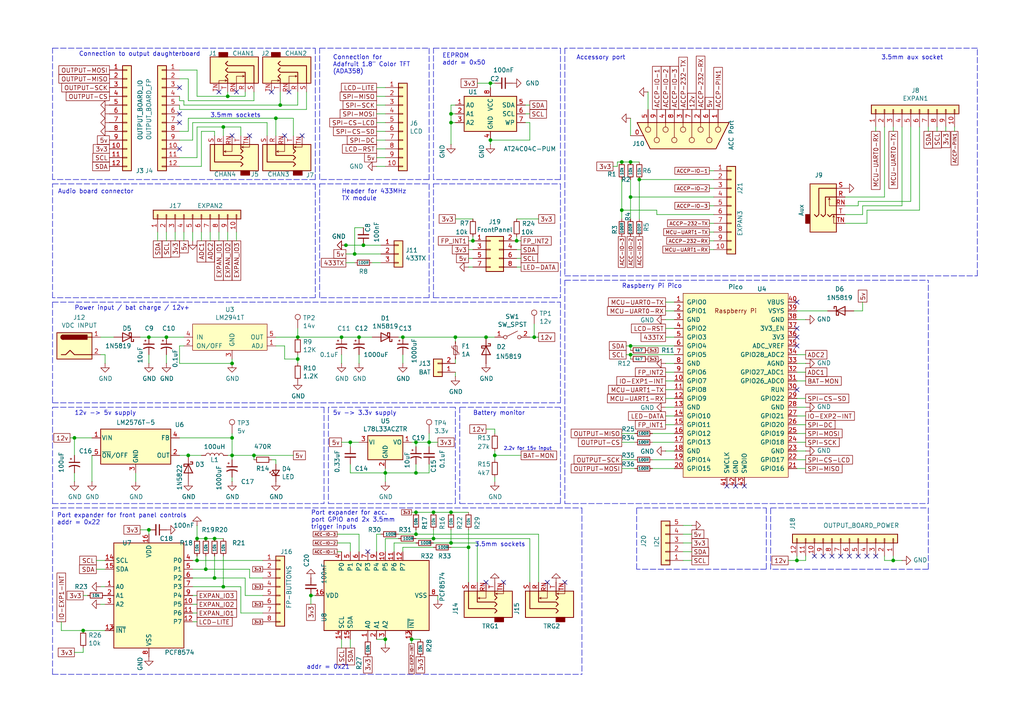
<source format=kicad_sch>
(kicad_sch (version 20231120) (generator "eeschema") (generator_version "8.0")
  (paper "A4")
  (title_block (title "ZC95 main board") (rev "0.2") (company "CrashOverride85"))
  (junction (at 105.41 71.12))
  (junction (at 142.24 24.13))
  (junction (at 142.24 40.64))
  (junction (at 21.59 127))
  (junction (at 101.6 128.27))
  (junction (at 57.15 156.21))
  (junction (at 64.77 170.18))
  (junction (at 43.18 153.67))
  (junction (at 66.04 27.94))
  (junction (at 86.36 104.14))
  (junction (at 182.88 100.33))
  (junction (at 137.16 69.85))
  (junction (at 73.66 132.08))
  (junction (at 259.08 162.56))
  (junction (at 64.77 36.83))
  (junction (at 86.36 97.79))
  (junction (at 116.84 97.79))
  (junction (at 100.33 71.12))
  (junction (at 54.61 132.08))
  (junction (at 67.31 127))
  (junction (at 62.23 156.21))
  (junction (at 130.81 148.59))
  (junction (at 90.17 172.72))
  (junction (at 67.31 132.08))
  (junction (at 111.76 137.16))
  (junction (at 130.81 157.48))
  (junction (at 24.13 182.88))
  (junction (at 81.28 30.48))
  (junction (at 62.23 167.64))
  (junction (at 104.14 97.79))
  (junction (at 182.88 46.99))
  (junction (at 182.88 102.87))
  (junction (at 140.97 97.79))
  (junction (at 59.69 165.1))
  (junction (at 180.34 46.99))
  (junction (at 124.46 128.27))
  (junction (at 132.08 97.79))
  (junction (at 154.94 97.79))
  (junction (at 48.26 97.79))
  (junction (at 57.15 162.56))
  (junction (at 120.65 137.16))
  (junction (at 99.06 97.79))
  (junction (at 67.31 105.41))
  (junction (at 180.34 60.96))
  (junction (at 125.73 156.21))
  (junction (at 120.65 148.59))
  (junction (at 135.89 158.75))
  (junction (at 149.86 69.85))
  (junction (at 43.18 97.79))
  (junction (at 120.65 128.27))
  (junction (at 182.88 57.15))
  (junction (at 130.81 35.56))
  (junction (at 125.73 148.59))
  (junction (at 102.87 73.66))
  (junction (at 231.14 162.56))
  (junction (at 143.51 132.08))
  (junction (at 120.65 154.94))
  (junction (at 185.42 52.07))
  (junction (at 111.76 185.42))
  (junction (at 59.69 156.21))
  (junction (at 119.38 185.42))
  (junction (at 80.01 34.29))
  (junction (at 130.81 33.02))
  (no_connect (at 231.14 87.63))
  (no_connect (at 246.38 161.29))
  (no_connect (at 231.14 113.03))
  (no_connect (at 241.3 161.29))
  (no_connect (at 106.68 160.02))
  (no_connect (at 78.74 26.67))
  (no_connect (at 72.39 39.37))
  (no_connect (at 210.82 140.97))
  (no_connect (at 82.55 39.37))
  (no_connect (at 83.82 26.67))
  (no_connect (at 158.75 168.91))
  (no_connect (at 52.07 35.56))
  (no_connect (at 67.31 39.37))
  (no_connect (at 215.9 140.97))
  (no_connect (at 231.14 100.33))
  (no_connect (at 146.05 168.91))
  (no_connect (at 87.63 39.37))
  (no_connect (at 243.84 161.29))
  (no_connect (at 52.07 33.02))
  (no_connect (at 231.14 97.79))
  (no_connect (at 63.5 26.67))
  (no_connect (at 238.76 161.29))
  (no_connect (at 248.92 161.29))
  (no_connect (at 52.07 25.4))
  (no_connect (at 52.07 43.18))
  (no_connect (at 236.22 161.29))
  (no_connect (at 140.97 168.91))
  (no_connect (at 163.83 168.91))
  (no_connect (at 254 161.29))
  (no_connect (at 251.46 161.29))
  (no_connect (at 213.36 140.97))
  (no_connect (at 68.58 26.67))
  (no_connect (at 231.14 95.25))
  (wire (pts (xy 248.92 58.42) (xy 264.16 58.42)))
  (wire (pts (xy 200.66 157.48) (xy 198.12 157.48)))
  (wire (pts (xy 111.76 156.21) (xy 115.57 156.21)))
  (wire (pts (xy 138.43 24.13) (xy 142.24 24.13)))
  (wire (pts (xy 154.94 97.79) (xy 156.21 97.79)))
  (wire (pts (xy 69.85 36.83) (xy 69.85 39.37)))
  (wire (pts (xy 80.01 34.29) (xy 85.09 34.29)))
  (wire (pts (xy 66.04 27.94) (xy 66.04 26.67)))
  (wire (pts (xy 21.59 139.7) (xy 21.59 137.16)))
  (wire (pts (xy 57.15 161.29) (xy 57.15 162.56)))
  (wire (pts (xy 52.07 100.33) (xy 52.07 105.41)))
  (wire (pts (xy 69.85 177.8) (xy 76.2 177.8)))
  (wire (pts (xy 177.8 48.26) (xy 179.07 48.26)))
  (polyline (pts (xy 223.52 147.32) (xy 269.24 147.32)) (stroke (width 0) (type dash)))
  (wire (pts (xy 250.19 62.23) (xy 250.19 59.69)))
  (polyline (pts (xy 162.56 118.11) (xy 133.35 118.11)) (stroke (width 0) (type dash)))
  (wire (pts (xy 58.42 38.1) (xy 62.23 38.1)))
  (wire (pts (xy 109.22 160.02) (xy 109.22 154.94)))
  (wire (pts (xy 81.28 26.67) (xy 81.28 30.48)))
  (wire (pts (xy 25.4 172.72) (xy 24.13 172.72)))
  (wire (pts (xy 233.68 125.73) (xy 231.14 125.73)))
  (wire (pts (xy 233.68 92.71) (xy 231.14 92.71)))
  (wire (pts (xy 80.01 97.79) (xy 86.36 97.79)))
  (wire (pts (xy 182.88 57.15) (xy 182.88 63.5)))
  (wire (pts (xy 152.4 35.56) (xy 153.67 35.56)))
  (wire (pts (xy 151.13 69.85) (xy 149.86 69.85)))
  (wire (pts (xy 130.81 30.48) (xy 132.08 30.48)))
  (wire (pts (xy 63.5 69.85) (xy 63.5 67.31)))
  (wire (pts (xy 120.65 148.59) (xy 119.38 148.59)))
  (polyline (pts (xy 15.24 195.58) (xy 168.783 195.58)) (stroke (width 0) (type dash)))
  (wire (pts (xy 179.07 48.26) (xy 179.07 46.99)))
  (wire (pts (xy 231.14 135.89) (xy 233.68 135.89)))
  (wire (pts (xy 179.07 46.99) (xy 180.34 46.99)))
  (polyline (pts (xy 91.44 52.07) (xy 15.24 52.07)) (stroke (width 0) (type dash)))
  (wire (pts (xy 67.31 105.41) (xy 67.31 104.14)))
  (wire (pts (xy 52.07 40.64) (xy 55.88 40.64)))
  (wire (pts (xy 105.41 66.04) (xy 102.87 66.04)))
  (wire (pts (xy 116.84 102.87) (xy 116.84 105.41)))
  (polyline (pts (xy 91.44 53.34) (xy 91.44 86.36)) (stroke (width 0) (type dash)))
  (wire (pts (xy 62.23 156.21) (xy 64.77 156.21)))
  (wire (pts (xy 100.33 71.12) (xy 105.41 71.12)))
  (wire (pts (xy 82.55 104.14) (xy 82.55 100.33)))
  (polyline (pts (xy 125.73 53.34) (xy 162.56 53.34)) (stroke (width 0) (type dash)))
  (wire (pts (xy 33.02 97.79) (xy 29.21 97.79)))
  (polyline (pts (xy 92.71 13.97) (xy 124.46 13.97)) (stroke (width 0) (type dash)))
  (wire (pts (xy 231.14 133.35) (xy 233.68 133.35)))
  (wire (pts (xy 29.21 175.26) (xy 30.48 175.26)))
  (wire (pts (xy 111.76 27.94) (xy 109.22 27.94)))
  (wire (pts (xy 24.13 189.23) (xy 24.13 187.96)))
  (wire (pts (xy 99.06 97.79) (xy 104.14 97.79)))
  (wire (pts (xy 80.01 133.35) (xy 80.01 134.62)))
  (wire (pts (xy 17.78 180.34) (xy 17.78 182.88)))
  (wire (pts (xy 57.15 20.32) (xy 57.15 27.94)))
  (wire (pts (xy 88.9 26.67) (xy 88.9 31.75)))
  (wire (pts (xy 52.07 132.08) (xy 54.61 132.08)))
  (polyline (pts (xy 91.44 13.97) (xy 91.44 52.07)) (stroke (width 0) (type dash)))
  (wire (pts (xy 187.96 31.75) (xy 187.96 26.67)))
  (polyline (pts (xy 92.71 86.36) (xy 92.71 53.34)) (stroke (width 0) (type dash)))
  (polyline (pts (xy 95.25 146.05) (xy 132.08 146.05)) (stroke (width 0) (type dash)))
  (wire (pts (xy 69.85 170.18) (xy 69.85 177.8)))
  (wire (pts (xy 200.66 154.94) (xy 198.12 154.94)))
  (wire (pts (xy 20.32 127) (xy 21.59 127)))
  (wire (pts (xy 143.51 124.46) (xy 143.51 125.73)))
  (wire (pts (xy 130.81 148.59) (xy 135.89 148.59)))
  (wire (pts (xy 102.87 73.66) (xy 100.33 73.66)))
  (wire (pts (xy 143.51 138.43) (xy 143.51 139.7)))
  (wire (pts (xy 52.07 38.1) (xy 54.61 38.1)))
  (wire (pts (xy 52.07 20.32) (xy 57.15 20.32)))
  (wire (pts (xy 21.59 189.23) (xy 24.13 189.23)))
  (polyline (pts (xy 162.56 13.97) (xy 162.56 52.07)) (stroke (width 0) (type dash)))
  (wire (pts (xy 251.46 60.96) (xy 266.7 60.96)))
  (wire (pts (xy 248.92 59.69) (xy 248.92 58.42)))
  (wire (pts (xy 52.07 105.41) (xy 67.31 105.41)))
  (wire (pts (xy 233.68 107.95) (xy 231.14 107.95)))
  (wire (pts (xy 207.01 62.23) (xy 190.5 62.23)))
  (wire (pts (xy 86.36 104.14) (xy 82.55 104.14)))
  (wire (pts (xy 57.15 180.34) (xy 55.88 180.34)))
  (wire (pts (xy 58.42 69.85) (xy 58.42 67.31)))
  (wire (pts (xy 86.36 102.87) (xy 86.36 104.14)))
  (wire (pts (xy 107.95 76.2) (xy 110.49 76.2)))
  (wire (pts (xy 135.89 168.91) (xy 135.89 158.75)))
  (wire (pts (xy 45.72 67.31) (xy 45.72 69.85)))
  (wire (pts (xy 182.88 46.99) (xy 185.42 46.99)))
  (wire (pts (xy 43.18 97.79) (xy 48.26 97.79)))
  (wire (pts (xy 274.32 36.83) (xy 274.32 38.1)))
  (wire (pts (xy 184.15 135.89) (xy 180.34 135.89)))
  (wire (pts (xy 64.77 170.18) (xy 69.85 170.18)))
  (wire (pts (xy 137.16 72.39) (xy 135.89 72.39)))
  (wire (pts (xy 101.6 129.54) (xy 101.6 128.27)))
  (wire (pts (xy 80.01 34.29) (xy 80.01 39.37)))
  (wire (pts (xy 264.16 36.83) (xy 264.16 58.42)))
  (polyline (pts (xy 132.08 118.11) (xy 95.25 118.11)) (stroke (width 0) (type dash)))
  (polyline (pts (xy 132.08 146.05) (xy 132.08 118.11)) (stroke (width 0) (type dash)))
  (polyline (pts (xy 15.24 86.36) (xy 15.24 53.34)) (stroke (width 0) (type dash)))
  (wire (pts (xy 66.04 27.94) (xy 71.12 27.94)))
  (polyline (pts (xy 125.73 13.97) (xy 162.56 13.97)) (stroke (width 0) (type dash)))
  (wire (pts (xy 109.22 185.42) (xy 111.76 185.42)))
  (wire (pts (xy 43.18 153.67) (xy 43.18 154.94)))
  (polyline (pts (xy 222.25 147.32) (xy 222.25 165.1)) (stroke (width 0) (type dash)))
  (wire (pts (xy 53.34 30.48) (xy 81.28 30.48)))
  (wire (pts (xy 184.15 125.73) (xy 180.34 125.73)))
  (wire (pts (xy 193.04 113.03) (xy 195.58 113.03)))
  (wire (pts (xy 54.61 29.21) (xy 73.66 29.21)))
  (wire (pts (xy 57.15 172.72) (xy 55.88 172.72)))
  (wire (pts (xy 62.23 161.29) (xy 62.23 167.64)))
  (wire (pts (xy 60.96 67.31) (xy 60.96 69.85)))
  (wire (pts (xy 130.81 35.56) (xy 130.81 33.02)))
  (wire (pts (xy 73.66 133.35) (xy 73.66 132.08)))
  (wire (pts (xy 130.81 35.56) (xy 130.81 41.91)))
  (wire (pts (xy 149.86 74.93) (xy 151.13 74.93)))
  (wire (pts (xy 189.23 133.35) (xy 195.58 133.35)))
  (polyline (pts (xy 162.56 146.05) (xy 162.56 118.11)) (stroke (width 0) (type dash)))
  (wire (pts (xy 97.79 154.94) (xy 104.14 154.94)))
  (wire (pts (xy 190.5 60.96) (xy 180.34 60.96)))
  (wire (pts (xy 125.73 153.67) (xy 125.73 156.21)))
  (polyline (pts (xy 184.658 165.1) (xy 184.658 147.32)) (stroke (width 0) (type dash)))
  (polyline (pts (xy 15.24 116.84) (xy 162.56 116.84)) (stroke (width 0) (type dash)))
  (wire (pts (xy 132.08 99.06) (xy 132.08 97.79)))
  (polyline (pts (xy 125.73 52.07) (xy 125.73 13.97)) (stroke (width 0) (type dash)))
  (wire (pts (xy 21.59 127) (xy 26.67 127)))
  (polyline (pts (xy 162.56 53.34) (xy 162.56 86.36)) (stroke (width 0) (type dash)))
  (wire (pts (xy 245.11 64.77) (xy 251.46 64.77)))
  (polyline (pts (xy 163.83 81.28) (xy 163.83 146.05)) (stroke (width 0) (type dash)))
  (wire (pts (xy 57.15 162.56) (xy 76.2 162.56)))
  (wire (pts (xy 99.06 187.96) (xy 99.06 185.42)))
  (wire (pts (xy 72.39 167.64) (xy 76.2 167.64)))
  (wire (pts (xy 261.62 36.83) (xy 261.62 59.69)))
  (wire (pts (xy 231.14 120.65) (xy 233.68 120.65)))
  (wire (pts (xy 97.79 160.02) (xy 99.06 160.02)))
  (wire (pts (xy 73.66 29.21) (xy 73.66 26.67)))
  (polyline (pts (xy 15.24 53.34) (xy 91.44 53.34)) (stroke (width 0) (type dash)))
  (wire (pts (xy 104.14 97.79) (xy 107.95 97.79)))
  (wire (pts (xy 233.68 130.81) (xy 231.14 130.81)))
  (wire (pts (xy 185.42 52.07) (xy 207.01 52.07)))
  (wire (pts (xy 193.04 115.57) (xy 195.58 115.57)))
  (wire (pts (xy 181.61 102.87) (xy 182.88 102.87)))
  (wire (pts (xy 138.43 168.91) (xy 138.43 157.48)))
  (wire (pts (xy 111.76 38.1) (xy 109.22 38.1)))
  (polyline (pts (xy 222.25 165.1) (xy 184.658 165.1)) (stroke (width 0) (type dash)))
  (wire (pts (xy 40.64 97.79) (xy 43.18 97.79)))
  (wire (pts (xy 53.34 100.33) (xy 52.07 100.33)))
  (wire (pts (xy 182.88 104.14) (xy 182.88 102.87)))
  (wire (pts (xy 149.86 68.58) (xy 149.86 69.85)))
  (wire (pts (xy 67.31 138.43) (xy 67.31 139.7)))
  (wire (pts (xy 132.08 97.79) (xy 140.97 97.79)))
  (wire (pts (xy 193.04 92.71) (xy 195.58 92.71)))
  (polyline (pts (xy 15.24 87.63) (xy 15.24 116.84)) (stroke (width 0) (type dash)))
  (wire (pts (xy 53.34 29.21) (xy 53.34 30.48)))
  (wire (pts (xy 50.8 67.31) (xy 50.8 69.85)))
  (wire (pts (xy 58.42 132.08) (xy 54.61 132.08)))
  (polyline (pts (xy 269.24 147.32) (xy 269.24 165.1)) (stroke (width 0) (type dash)))
  (wire (pts (xy 90.17 172.72) (xy 91.44 172.72)))
  (polyline (pts (xy 124.46 86.36) (xy 92.71 86.36)) (stroke (width 0) (type dash)))
  (wire (pts (xy 52.07 45.72) (xy 57.15 45.72)))
  (polyline (pts (xy 92.71 52.07) (xy 92.71 13.97)) (stroke (width 0) (type dash)))
  (wire (pts (xy 193.04 107.95) (xy 195.58 107.95)))
  (wire (pts (xy 57.15 177.8) (xy 55.88 177.8)))
  (wire (pts (xy 115.57 97.79) (xy 116.84 97.79)))
  (wire (pts (xy 62.23 156.21) (xy 59.69 156.21)))
  (wire (pts (xy 149.86 63.5) (xy 156.21 63.5)))
  (wire (pts (xy 55.88 67.31) (xy 55.88 69.85)))
  (polyline (pts (xy 269.24 165.1) (xy 223.52 165.1)) (stroke (width 0) (type dash)))
  (wire (pts (xy 156.21 168.91) (xy 156.21 154.94)))
  (wire (pts (xy 231.14 161.29) (xy 231.14 162.56)))
  (wire (pts (xy 182.88 102.87) (xy 195.58 102.87)))
  (wire (pts (xy 27.94 162.56) (xy 30.48 162.56)))
  (polyline (pts (xy 223.52 165.1) (xy 223.52 147.32)) (stroke (width 0) (type dash)))
  (wire (pts (xy 29.21 170.18) (xy 30.48 170.18)))
  (wire (pts (xy 105.41 71.12) (xy 110.49 71.12)))
  (wire (pts (xy 101.6 128.27) (xy 104.14 128.27)))
  (wire (pts (xy 109.22 45.72) (xy 111.76 45.72)))
  (wire (pts (xy 132.08 35.56) (xy 130.81 35.56)))
  (wire (pts (xy 66.04 67.31) (xy 66.04 69.85)))
  (wire (pts (xy 109.22 40.64) (xy 111.76 40.64)))
  (wire (pts (xy 200.66 162.56) (xy 198.12 162.56)))
  (polyline (pts (xy 124.46 53.34) (xy 124.46 86.36)) (stroke (width 0) (type dash)))
  (wire (pts (xy 55.88 165.1) (xy 59.69 165.1)))
  (wire (pts (xy 233.68 110.49) (xy 231.14 110.49)))
  (wire (pts (xy 111.76 186.69) (xy 111.76 185.42)))
  (wire (pts (xy 189.23 135.89) (xy 195.58 135.89)))
  (wire (pts (xy 193.04 120.65) (xy 195.58 120.65)))
  (wire (pts (xy 193.04 105.41) (xy 195.58 105.41)))
  (polyline (pts (xy 133.35 146.05) (xy 162.56 146.05)) (stroke (width 0) (type dash)))
  (wire (pts (xy 55.88 167.64) (xy 62.23 167.64)))
  (wire (pts (xy 231.14 118.11) (xy 233.68 118.11)))
  (wire (pts (xy 86.36 30.48) (xy 86.36 26.67)))
  (wire (pts (xy 245.11 59.69) (xy 248.92 59.69)))
  (wire (pts (xy 276.86 36.83) (xy 276.86 38.1)))
  (wire (pts (xy 153.67 97.79) (xy 154.94 97.79)))
  (wire (pts (xy 135.89 153.67) (xy 135.89 158.75)))
  (wire (pts (xy 256.54 36.83) (xy 256.54 57.15)))
  (wire (pts (xy 114.3 160.02) (xy 114.3 157.48)))
  (wire (pts (xy 189.23 125.73) (xy 195.58 125.73)))
  (polyline (pts (xy 92.71 53.34) (xy 124.46 53.34)) (stroke (width 0) (type dash)))
  (wire (pts (xy 143.51 132.08) (xy 151.13 132.08)))
  (wire (pts (xy 120.65 128.27) (xy 124.46 128.27)))
  (polyline (pts (xy 125.73 86.36) (xy 125.73 53.34)) (stroke (width 0) (type dash)))
  (wire (pts (xy 81.28 30.48) (xy 86.36 30.48)))
  (wire (pts (xy 124.46 128.27) (xy 127 128.27)))
  (wire (pts (xy 153.67 40.64) (xy 142.24 40.64)))
  (wire (pts (xy 67.31 132.08) (xy 73.66 132.08)))
  (wire (pts (xy 57.15 27.94) (xy 66.04 27.94)))
  (polyline (pts (xy 163.83 81.28) (xy 269.24 81.28)) (stroke (width 0) (type dash)))
  (wire (pts (xy 57.15 36.83) (xy 64.77 36.83)))
  (wire (pts (xy 180.34 52.07) (xy 180.34 60.96)))
  (wire (pts (xy 137.16 74.93) (xy 135.89 74.93)))
  (wire (pts (xy 101.6 137.16) (xy 111.76 137.16)))
  (wire (pts (xy 57.15 175.26) (xy 55.88 175.26)))
  (polyline (pts (xy 124.46 52.07) (xy 92.71 52.07)) (stroke (width 0) (type dash)))
  (polyline (pts (xy 95.25 118.11) (xy 95.25 146.05)) (stroke (width 0) (type dash)))
  (wire (pts (xy 205.74 59.69) (xy 207.01 59.69)))
  (wire (pts (xy 233.68 115.57) (xy 231.14 115.57)))
  (wire (pts (xy 30.48 102.87) (xy 30.48 105.41)))
  (wire (pts (xy 125.73 157.48) (xy 130.81 157.48)))
  (wire (pts (xy 55.88 170.18) (xy 64.77 170.18)))
  (wire (pts (xy 67.31 127) (xy 67.31 132.08)))
  (wire (pts (xy 132.08 105.41) (xy 132.08 104.14)))
  (polyline (pts (xy 15.24 146.05) (xy 93.98 146.05)) (stroke (width 0) (type dash)))
  (wire (pts (xy 48.26 102.87) (xy 48.26 105.41)))
  (wire (pts (xy 266.7 60.96) (xy 266.7 36.83)))
  (wire (pts (xy 54.61 22.86) (xy 54.61 29.21)))
  (wire (pts (xy 71.12 27.94) (xy 71.12 26.67)))
  (wire (pts (xy 271.78 38.1) (xy 271.78 36.83)))
  (wire (pts (xy 180.34 46.99) (xy 182.88 46.99)))
  (wire (pts (xy 64.77 36.83) (xy 69.85 36.83)))
  (wire (pts (xy 102.87 73.66) (xy 110.49 73.66)))
  (wire (pts (xy 205.74 64.77) (xy 207.01 64.77)))
  (wire (pts (xy 102.87 66.04) (xy 102.87 73.66)))
  (wire (pts (xy 116.84 160.02) (xy 116.84 158.75)))
  (wire (pts (xy 140.97 124.46) (xy 143.51 124.46)))
  (wire (pts (xy 57.15 156.21) (xy 57.15 152.4)))
  (wire (pts (xy 130.81 158.75) (xy 135.89 158.75)))
  (polyline (pts (xy 283.464 13.97) (xy 163.83 13.97)) (stroke (width 0) (type dash)))
  (wire (pts (xy 86.36 104.14) (xy 86.36 105.41)))
  (wire (pts (xy 67.31 127) (xy 67.31 125.73)))
  (wire (pts (xy 55.88 162.56) (xy 57.15 162.56)))
  (wire (pts (xy 54.61 38.1) (xy 54.61 34.29)))
  (wire (pts (xy 52.07 127) (xy 67.31 127)))
  (wire (pts (xy 247.65 90.17) (xy 250.19 90.17)))
  (wire (pts (xy 153.67 168.91) (xy 153.67 156.21)))
  (wire (pts (xy 104.14 154.94) (xy 104.14 160.02)))
  (wire (pts (xy 193.04 123.19) (xy 195.58 123.19)))
  (wire (pts (xy 205.74 49.53) (xy 207.01 49.53)))
  (wire (pts (xy 43.18 102.87) (xy 43.18 105.41)))
  (wire (pts (xy 259.08 162.56) (xy 256.54 162.56)))
  (wire (pts (xy 251.46 64.77) (xy 251.46 60.96)))
  (wire (pts (xy 109.22 30.48) (xy 111.76 30.48)))
  (polyline (pts (xy 15.24 52.07) (xy 15.24 13.97)) (stroke (width 0) (type dash)))
  (wire (pts (xy 182.88 100.33) (xy 195.58 100.33)))
  (polyline (pts (xy 15.24 118.11) (xy 93.98 118.11)) (stroke (width 0) (type dash)))
  (wire (pts (xy 205.74 69.85) (xy 207.01 69.85)))
  (wire (pts (xy 205.74 54.61) (xy 207.01 54.61)))
  (wire (pts (xy 132.08 33.02) (xy 130.81 33.02)))
  (wire (pts (xy 182.88 57.15) (xy 207.01 57.15)))
  (wire (pts (xy 125.73 148.59) (xy 130.81 148.59)))
  (wire (pts (xy 55.88 35.56) (xy 77.47 35.56)))
  (polyline (pts (xy 15.24 146.05) (xy 15.24 118.11)) (stroke (width 0) (type dash)))
  (polyline (pts (xy 15.24 13.97) (xy 91.44 13.97)) (stroke (width 0) (type dash)))
  (wire (pts (xy 64.77 161.29) (xy 64.77 170.18)))
  (wire (pts (xy 59.69 161.29) (xy 59.69 165.1)))
  (wire (pts (xy 153.67 33.02) (xy 152.4 33.02)))
  (wire (pts (xy 135.89 69.85) (xy 137.16 69.85)))
  (wire (pts (xy 153.67 35.56) (xy 153.67 40.64)))
  (wire (pts (xy 130.81 33.02) (xy 130.81 30.48)))
  (wire (pts (xy 182.88 101.6) (xy 182.88 100.33)))
  (wire (pts (xy 193.04 110.49) (xy 195.58 110.49)))
  (wire (pts (xy 231.14 90.17) (xy 240.03 90.17)))
  (wire (pts (xy 52.07 31.75) (xy 52.07 30.48)))
  (wire (pts (xy 231.14 162.56) (xy 233.68 162.56)))
  (wire (pts (xy 90.17 175.26) (xy 90.17 172.72)))
  (wire (pts (xy 200.66 160.02) (xy 198.12 160.02)))
  (wire (pts (xy 111.76 135.89) (xy 111.76 137.16)))
  (wire (pts (xy 52.07 22.86) (xy 54.61 22.86)))
  (wire (pts (xy 125.73 156.21) (xy 153.67 156.21)))
  (wire (pts (xy 86.36 95.25) (xy 86.36 97.79)))
  (wire (pts (xy 259.08 161.29) (xy 259.08 162.56)))
  (wire (pts (xy 180.34 60.96) (xy 180.34 63.5)))
  (wire (pts (xy 62.23 38.1) (xy 62.23 39.37)))
  (wire (pts (xy 121.92 185.42) (xy 119.38 185.42)))
  (wire (pts (xy 97.79 157.48) (xy 101.6 157.48)))
  (wire (pts (xy 77.47 35.56) (xy 77.47 39.37)))
  (wire (pts (xy 245.11 62.23) (xy 250.19 62.23)))
  (wire (pts (xy 116.84 97.79) (xy 132.08 97.79)))
  (wire (pts (xy 231.14 128.27) (xy 233.68 128.27)))
  (wire (pts (xy 39.37 137.16) (xy 39.37 139.7)))
  (wire (pts (xy 101.6 134.62) (xy 101.6 137.16)))
  (wire (pts (xy 21.59 132.08) (xy 21.59 127)))
  (polyline (pts (xy 15.24 87.63) (xy 162.56 87.63)) (stroke (width 0) (type dash)))
  (wire (pts (xy 17.78 182.88) (xy 24.13 182.88)))
  (wire (pts (xy 124.46 128.27) (xy 124.46 129.54)))
  (wire (pts (xy 152.4 30.48) (xy 153.67 30.48)))
  (wire (pts (xy 193.04 118.11) (xy 195.58 118.11)))
  (wire (pts (xy 57.15 45.72) (xy 57.15 36.83)))
  (wire (pts (xy 256.54 162.56) (xy 256.54 161.29)))
  (wire (pts (xy 137.16 68.58) (xy 137.16 69.85)))
  (polyline (pts (xy 133.35 118.11) (xy 133.35 146.05)) (stroke (width 0) (type dash)))
  (wire (pts (xy 40.64 153.67) (xy 43.18 153.67)))
  (polyline (pts (xy 162.56 87.63) (xy 162.56 116.84)) (stroke (width 0) (type dash)))
  (wire (pts (xy 185.42 52.07) (xy 185.42 63.5)))
  (polyline (pts (xy 163.83 80.01) (xy 283.464 80.01)) (stroke (width 0) (type dash)))
  (wire (pts (xy 66.04 132.08) (xy 67.31 132.08)))
  (wire (pts (xy 184.15 133.35) (xy 180.34 133.35)))
  (wire (pts (xy 124.46 125.73) (xy 124.46 128.27)))
  (polyline (pts (xy 168.783 147.32) (xy 168.783 195.58)) (stroke (width 0) (type dash)))
  (wire (pts (xy 85.09 34.29) (xy 85.09 39.37)))
  (wire (pts (xy 111.76 160.02) (xy 111.76 156.21)))
  (polyline (pts (xy 91.44 86.36) (xy 15.24 86.36)) (stroke (width 0) (type dash)))
  (wire (pts (xy 115.57 154.94) (xy 120.65 154.94)))
  (wire (pts (xy 52.07 29.21) (xy 52.07 27.94)))
  (polyline (pts (xy 269.24 146.05) (xy 269.24 81.28)) (stroke (width 0) (type dash)))
  (wire (pts (xy 233.68 105.41) (xy 231.14 105.41)))
  (wire (pts (xy 120.65 154.94) (xy 156.21 154.94)))
  (wire (pts (xy 48.26 97.79) (xy 53.34 97.79)))
  (wire (pts (xy 24.13 182.88) (xy 30.48 182.88)))
  (polyline (pts (xy 124.46 13.97) (xy 124.46 52.07)) (stroke (width 0) (type dash)))
  (wire (pts (xy 78.74 133.35) (xy 80.01 133.35)))
  (wire (pts (xy 116.84 158.75) (xy 125.73 158.75)))
  (wire (pts (xy 245.11 57.15) (xy 256.54 57.15)))
  (wire (pts (xy 120.65 148.59) (xy 125.73 148.59)))
  (wire (pts (xy 182.88 52.07) (xy 182.88 57.15)))
  (wire (pts (xy 184.15 128.27) (xy 180.34 128.27)))
  (wire (pts (xy 154.94 93.98) (xy 154.94 97.79)))
  (wire (pts (xy 68.58 69.85) (xy 68.58 67.31)))
  (wire (pts (xy 189.23 128.27) (xy 195.58 128.27)))
  (wire (pts (xy 111.76 137.16) (xy 120.65 137.16)))
  (wire (pts (xy 142.24 24.13) (xy 142.24 25.4)))
  (wire (pts (xy 55.88 40.64) (xy 55.88 35.56)))
  (polyline (pts (xy 15.24 147.32) (xy 168.783 147.32)) (stroke (width 0) (type dash)))
  (wire (pts (xy 114.3 157.48) (xy 120.65 157.48)))
  (wire (pts (xy 29.21 102.87) (xy 30.48 102.87)))
  (wire (pts (xy 151.13 77.47) (xy 149.86 77.47)))
  (wire (pts (xy 27.94 165.1) (xy 30.48 165.1)))
  (wire (pts (xy 228.6 162.56) (xy 231.14 162.56)))
  (wire (pts (xy 120.65 134.62) (xy 120.65 137.16)))
  (wire (pts (xy 182.88 39.37) (xy 182.88 34.29)))
  (wire (pts (xy 99.06 128.27) (xy 101.6 128.27)))
  (wire (pts (xy 109.22 48.26) (xy 111.76 48.26)))
  (wire (pts (xy 127 172.72) (xy 127 173.99)))
  (wire (pts (xy 205.74 67.31) (xy 207.01 67.31)))
  (wire (pts (xy 195.58 95.25) (xy 193.04 95.25)))
  (polyline (pts (xy 163.83 13.97) (xy 163.83 80.01)) (stroke (width 0) (type dash)))
  (polyline (pts (xy 125.73 86.36) (xy 162.56 86.36)) (stroke (width 0) (type dash)))
  (wire (pts (xy 269.24 38.1) (xy 269.24 36.83)))
  (wire (pts (xy 71.12 167.64) (xy 71.12 172.72)))
  (wire (pts (xy 140.97 97.79) (xy 143.51 97.79)))
  (wire (pts (xy 135.89 77.47) (xy 137.16 77.47)))
  (wire (pts (xy 142.24 40.64) (xy 142.24 41.91)))
  (wire (pts (xy 58.42 48.26) (xy 58.42 38.1)))
  (wire (pts (xy 130.81 153.67) (xy 130.81 157.48)))
  (polyline (pts (xy 93.98 118.11) (xy 93.98 146.05)) (stroke (width 0) (type dash)))
  (wire (pts (xy 119.38 128.27) (xy 120.65 128.27)))
  (wire (pts (xy 195.58 97.79) (xy 193.04 97.79)))
  (wire (pts (xy 67.31 132.08) (xy 67.31 133.35)))
  (wire (pts (xy 143.51 24.13) (xy 142.24 24.13)))
  (wire (pts (xy 71.12 172.72) (xy 76.2 172.72)))
  (wire (pts (xy 181.61 100.33) (xy 182.88 100.33)))
  (wire (pts (xy 143.51 132.08) (xy 143.51 133.35)))
  (wire (pts (xy 52.07 31.75) (xy 88.9 31.75)))
  (wire (pts (xy 54.61 34.29) (xy 80.01 34.29)))
  (wire (pts (xy 99.06 102.87) (xy 99.06 105.41)))
  (wire (pts (xy 109.22 35.56) (xy 111.76 35.56)))
  (wire (pts (xy 82.55 100.33) (xy 80.01 100.33)))
  (wire (pts (xy 124.46 137.16) (xy 124.46 134.62)))
  (polyline (pts (xy 162.56 52.07) (xy 125.73 52.07)) (stroke (width 0) (type dash)))
  (polyline (pts (xy 184.658 147.32) (xy 222.25 147.32)) (stroke (width 0) (type dash)))
  (wire (pts (xy 250.19 87.63) (xy 250.19 90.17)))
  (wire (pts (xy 100.33 76.2) (xy 102.87 76.2)))
  (wire (pts (xy 26.67 132.08) (xy 26.67 139.7)))
  (wire (pts (xy 111.76 33.02) (xy 109.22 33.02)))
  (wire (pts (xy 200.66 152.4) (xy 198.12 152.4)))
  (wire (pts (xy 72.39 165.1) (xy 72.39 167.64)))
  (wire (pts (xy 233.68 162.56) (xy 233.68 161.29)))
  (wire (pts (xy 59.69 165.1) (xy 72.39 165.1)))
  (wire (pts (xy 52.07 29.21) (xy 53.34 29.21)))
  (wire (pts (xy 101.6 187.96) (xy 101.6 185.42)))
  (wire (pts (xy 119.38 185.42) (xy 119.38 186.69)))
  (wire (pts (xy 143.51 130.81) (xy 143.51 132.08)))
  (wire (pts (xy 137.16 63.5) (xy 132.08 63.5)))
  (wire (pts (xy 193.04 90.17) (xy 195.58 90.17)))
  (wire (pts (xy 259.08 36.83) (xy 259.08 38.1)))
  (wire (pts (xy 109.22 25.4) (xy 111.76 25.4)))
  (wire (pts (xy 261.62 162.56) (xy 259.08 162.56)))
  (polyline (pts (xy 283.464 80.01) (xy 283.464 13.97)) (stroke (width 0) (type dash)))
  (wire (pts (xy 86.36 97.79) (xy 99.06 97.79)))
  (wire (pts (xy 231.14 123.19) (xy 233.68 123.19)))
  (wire (pts (xy 120.65 156.21) (xy 125.73 156.21)))
  (wire (pts (xy 48.26 69.85) (xy 48.26 67.31)))
  (wire (pts (xy 120.65 153.67) (xy 120.65 154.94)))
  (wire (pts (xy 132.08 107.95) (xy 132.08 109.22)))
  (wire (pts (xy 250.19 59.69) (xy 261.62 59.69)))
  (wire (pts (xy 57.15 156.21) (xy 59.69 156.21)))
  (wire (pts (xy 52.07 48.26) (xy 58.42 48.26)))
  (wire (pts (xy 130.81 157.48) (xy 138.43 157.48)))
  (wire (pts (xy 111.76 139.7) (xy 111.76 137.16)))
  (wire (pts (xy 64.77 36.83) (xy 64.77 39.37)))
  (wire (pts (xy 73.66 132.08) (xy 85.09 132.08)))
  (polyline (pts (xy 163.83 146.05) (xy 269.24 146.05)) (stroke (width 0) (type dash)))
  (wire (pts (xy 193.04 87.63) (xy 195.58 87.63)))
  (wire (pts (xy 101.6 157.48) (xy 101.6 160.02)))
  (wire (pts (xy 53.34 69.85) (xy 53.34 67.31)))
  (wire (pts (xy 193.04 130.81) (xy 195.58 130.81)))
  (wire (pts (xy 233.68 102.87) (xy 231.14 102.87)))
  (wire (pts (xy 104.14 102.87) (xy 104.14 105.41)))
  (wire (pts (xy 109.22 154.94) (xy 110.49 154.94)))
  (wire (pts (xy 62.23 167.64) (xy 71.12 167.64)))
  (wire (pts (xy 205.74 72.39) (xy 207.01 72.39)))
  (wire (pts (xy 120.65 129.54) (xy 120.65 128.27)))
  (wire (pts (xy 254 36.83) (xy 254 38.1)))
  (wire (pts (xy 111.76 43.18) (xy 109.22 43.18)))
  (wire (pts (xy 120.65 137.16) (xy 124.46 137.16)))
  (polyline (pts (xy 15.24 195.58) (xy 15.24 147.32)) (stroke (width 0) (type dash)))
  (wire (pts (xy 149.86 72.39) (xy 151.13 72.39)))
  (wire (pts (xy 190.5 62.23) (xy 190.5 60.96)))
  (text "3.5mm sockets" (at 60.96 34.29 0) (effects (font (size 1.27 1.27)) (justify left bottom)))
  (text "3.5mm sockets" (at 152.4 158.75 0) (effects (font (size 1.27 1.27)) (justify right bottom)))
  (text "Raspberry Pi Pico" (at 180.34 83.82 0) (effects (font (size 1.27 1.27)) (justify left bottom)))
  (text "Connection to output daughterboard" (at 22.86 16.51 0) (effects (font (size 1.27 1.27)) (justify left bottom)))
  (text "2.2v for 15v input" (at 146.05 130.81 0) (effects (font (size 0.9906 0.9906)) (justify left bottom)))
  (text "addr = 0x21" (at 88.9 194.31 0) (effects (font (size 1.27 1.27)) (justify left bottom)))
  (text "EEPROM\naddr = 0x50" (at 128.27 19.05 0) (effects (font (size 1.27 1.27)) (justify left bottom)))
  (text "3.5mm aux socket" (at 273.558 17.526 0) (effects (font (size 1.27 1.27)) (justify right bottom)))
  (text "Connection for\nAdafruit 1.8\" Color TFT\n(ADA358)" (at 96.52 21.59 0) (effects (font (size 1.27 1.27)) (justify left bottom)))
  (text "Audio board connector" (at 16.764 56.388 0) (effects (font (size 1.27 1.27)) (justify left bottom)))
  (text "Accessory port" (at 167.132 17.526 0) (effects (font (size 1.27 1.27)) (justify left bottom)))
  (text "Port expander for acc. \nport GPIO and 2x 3.5mm\ntrigger inputs" (at 90.17 153.67 0) (effects (font (size 1.27 1.27)) (justify left bottom)))
  (text "Port expander for front panel controls\naddr = 0x22" (at 16.51 152.4 0) (effects (font (size 1.27 1.27)) (justify left bottom)))
  (text "Header for 433MHz \nTX module" (at 99.06 58.42 0) (effects (font (size 1.27 1.27)) (justify left bottom)))
  (text "12v -> 5v supply" (at 21.59 120.65 0) (effects (font (size 1.27 1.27)) (justify left bottom)))
  (text "Battery monitor" (at 137.16 120.65 0) (effects (font (size 1.27 1.27)) (justify left bottom)))
  (text "Power input / bat charge / 12v+" (at 21.59 90.17 0) (effects (font (size 1.27 1.27)) (justify left bottom)))
  (text "5v -> 3.3v supply" (at 96.52 120.65 0) (effects (font (size 1.27 1.27)) (justify left bottom)))
  (global_label "ACCP-IO-2" (shape passive) (at 193.04 31.75 90) (property "Intersheetrefs" "${INTERSHEET_REFS}" (effects (hide yes))))
  (global_label "ACCP-IO-1" (shape passive) (at 190.5 31.75 90) (property "Intersheetrefs" "${INTERSHEET_REFS}" (effects (hide yes))))
  (global_label "5v" (shape passive) (at 31.75 40.64 180) (property "Intersheetrefs" "${INTERSHEET_REFS}" (effects (hide yes))))
  (global_label "IO-EXP1-INT" (shape passive) (at 193.04 110.49 180) (property "Intersheetrefs" "${INTERSHEET_REFS}" (effects (hide yes))))
  (global_label "3v3" (shape passive) (at 76.2 165.1 180) (effects (font (size 0.7874 0.7874))) (property "Intersheetrefs" "${INTERSHEET_REFS}" (effects (hide yes))))
  (global_label "MCU-UART0-TX" (shape passive) (at 193.04 87.63 180) (property "Intersheetrefs" "${INTERSHEET_REFS}" (effects (hide yes))))
  (global_label "MCU-UART0-RX" (shape passive) (at 193.04 90.17 180) (property "Intersheetrefs" "${INTERSHEET_REFS}" (effects (hide yes))))
  (global_label "5v" (shape passive) (at 109.22 45.72 180) (property "Intersheetrefs" "${INTERSHEET_REFS}" (effects (hide yes))))
  (global_label "ACCP-IO-3" (shape passive) (at 195.58 31.75 90) (property "Intersheetrefs" "${INTERSHEET_REFS}" (effects (hide yes))))
  (global_label "ACC-IO-1" (shape passive) (at 97.79 160.02 180) (effects (font (size 0.7874 0.7874))) (property "Intersheetrefs" "${INTERSHEET_REFS}" (effects (hide yes))))
  (global_label "SDA" (shape passive) (at 200.66 160.02 0) (property "Intersheetrefs" "${INTERSHEET_REFS}" (effects (hide yes))))
  (global_label "ADC2" (shape passive) (at 233.68 102.87 0) (property "Intersheetrefs" "${INTERSHEET_REFS}" (effects (hide yes))))
  (global_label "MCU-UART0-TX" (shape passive) (at 259.08 38.1 270) (property "Intersheetrefs" "${INTERSHEET_REFS}" (effects (hide yes))))
  (global_label "ACC-IO-3" (shape passive) (at 97.79 154.94 180) (effects (font (size 0.7874 0.7874))) (property "Intersheetrefs" "${INTERSHEET_REFS}" (effects (hide yes))))
  (global_label "OUTPUT-CS" (shape passive) (at 31.75 27.94 180) (property "Intersheetrefs" "${INTERSHEET_REFS}" (effects (hide yes))))
  (global_label "LCD-RST" (shape passive) (at 193.04 95.25 180) (property "Intersheetrefs" "${INTERSHEET_REFS}" (effects (hide yes))))
  (global_label "ADC1" (shape passive) (at 58.42 69.85 270) (property "Intersheetrefs" "${INTERSHEET_REFS}" (effects (hide yes))))
  (global_label "3v3" (shape passive) (at 187.96 101.6 0) (effects (font (size 0.7874 0.7874))) (property "Intersheetrefs" "${INTERSHEET_REFS}" (effects (hide yes))))
  (global_label "SPI-CS-SD" (shape passive) (at 109.22 38.1 180) (property "Intersheetrefs" "${INTERSHEET_REFS}" (effects (hide yes))))
  (global_label "3v3" (shape passive) (at 21.59 189.23 180) (property "Intersheetrefs" "${INTERSHEET_REFS}" (effects (hide yes))))
  (global_label "ACCP-IO-1" (shape passive) (at 205.74 49.53 180) (effects (font (size 1.016 1.016))) (property "Intersheetrefs" "${INTERSHEET_REFS}" (effects (hide yes))))
  (global_label "3v3" (shape passive) (at 132.08 63.5 180) (property "Intersheetrefs" "${INTERSHEET_REFS}" (effects (hide yes))))
  (global_label "SPI-SCK" (shape passive) (at 109.22 30.48 180) (property "Intersheetrefs" "${INTERSHEET_REFS}" (effects (hide yes))))
  (global_label "SPI-CS-LCD" (shape passive) (at 109.22 35.56 180) (property "Intersheetrefs" "${INTERSHEET_REFS}" (effects (hide yes))))
  (global_label "3v3" (shape passive) (at 31.75 43.18 180) (property "Intersheetrefs" "${INTERSHEET_REFS}" (effects (hide yes))))
  (global_label "5v" (shape passive) (at 85.09 132.08 0) (property "Intersheetrefs" "${INTERSHEET_REFS}" (effects (hide yes))))
  (global_label "3v3" (shape passive) (at 76.2 175.26 180) (effects (font (size 0.7874 0.7874))) (property "Intersheetrefs" "${INTERSHEET_REFS}" (effects (hide yes))))
  (global_label "SCL" (shape passive) (at 153.67 33.02 0) (property "Intersheetrefs" "${INTERSHEET_REFS}" (effects (hide yes))))
  (global_label "12v" (shape passive) (at 228.6 162.56 180) (property "Intersheetrefs" "${INTERSHEET_REFS}" (effects (hide yes))))
  (global_label "3v3" (shape passive) (at 50.8 69.85 270) (property "Intersheetrefs" "${INTERSHEET_REFS}" (effects (hide yes))))
  (global_label "OUTPUT-SCK" (shape passive) (at 180.34 133.35 180) (property "Intersheetrefs" "${INTERSHEET_REFS}" (effects (hide yes))))
  (global_label "EXPAN_IO3" (shape passive) (at 57.15 172.72 0) (property "Intersheetrefs" "${INTERSHEET_REFS}" (effects (hide yes))))
  (global_label "3v3" (shape passive) (at 187.96 104.14 0) (effects (font (size 0.7874 0.7874))) (property "Intersheetrefs" "${INTERSHEET_REFS}" (effects (hide yes))))
  (global_label "SCL" (shape passive) (at 99.06 187.96 270) (property "Intersheetrefs" "${INTERSHEET_REFS}" (effects (hide yes))))
  (global_label "5v" (shape passive) (at 100.33 73.66 180) (property "Intersheetrefs" "${INTERSHEET_REFS}" (effects (hide yes))))
  (global_label "MCU-UART1-TX" (shape passive) (at 193.04 113.03 180) (property "Intersheetrefs" "${INTERSHEET_REFS}" (effects (hide yes))))
  (global_label "ACCP-IO-2" (shape passive) (at 205.74 54.61 180) (effects (font (size 1.016 1.016))) (property "Intersheetrefs" "${INTERSHEET_REFS}" (effects (hide yes))))
  (global_label "SPI-CS-LCD" (shape passive) (at 233.68 133.35 0) (property "Intersheetrefs" "${INTERSHEET_REFS}" (effects (hide yes))))
  (global_label "SDA" (shape passive) (at 269.24 38.1 270) (property "Intersheetrefs" "${INTERSHEET_REFS}" (effects (hide yes))))
  (global_label "EXPAN_IO3" (shape passive) (at 68.58 69.85 270) (property "Intersheetrefs" "${INTERSHEET_REFS}" (effects (hide yes))))
  (global_label "433TX" (shape passive) (at 100.33 76.2 180) (property "Intersheetrefs" "${INTERSHEET_REFS}" (effects (hide yes))))
  (global_label "FP_INT1" (shape passive) (at 193.04 123.19 180) (property "Intersheetrefs" "${INTERSHEET_REFS}" (effects (hide yes))))
  (global_label "433TX" (shape passive) (at 193.04 97.79 180) (property "Intersheetrefs" "${INTERSHEET_REFS}" (effects (hide yes))))
  (global_label "SPI-MISO" (shape passive) (at 233.68 135.89 0) (property "Intersheetrefs" "${INTERSHEET_REFS}" (effects (hide yes))))
  (global_label "MCU-UART1-TX" (shape passive) (at 205.74 67.31 180) (effects (font (size 1.016 1.016))) (property "Intersheetrefs" "${INTERSHEET_REFS}" (effects (hide yes))))
  (global_label "SDA" (shape passive) (at 151.13 72.39 0) (property "Intersheetrefs" "${INTERSHEET_REFS}" (effects (hide yes))))
  (global_label "SCL" (shape passive) (at 151.13 74.93 0) (property "Intersheetrefs" "${INTERSHEET_REFS}" (effects (hide yes))))
  (global_label "OUTPUT-MOSI" (shape passive) (at 31.75 20.32 180) (property "Intersheetrefs" "${INTERSHEET_REFS}" (effects (hide yes))))
  (global_label "3v3" (shape passive) (at 177.8 48.26 180) (property "Intersheetrefs" "${INTERSHEET_REFS}" (effects (hide yes))))
  (global_label "SCL" (shape passive) (at 48.26 69.85 270) (property "Intersheetrefs" "${INTERSHEET_REFS}" (effects (hide yes))))
  (global_label "3v3" (shape passive) (at 76.2 170.18 180) (effects (font (size 0.7874 0.7874))) (property "Intersheetrefs" "${INTERSHEET_REFS}" (effects (hide yes))))
  (global_label "SDA" (shape passive) (at 181.61 100.33 180) (property "Intersheetrefs" "${INTERSHEET_REFS}" (effects (hide yes))))
  (global_label "ACCP-IO-3" (shape passive) (at 205.74 59.69 180) (effects (font (size 1.016 1.016))) (property "Intersheetrefs" "${INTERSHEET_REFS}" (effects (hide yes))))
  (global_label "SCL" (shape passive) (at 31.75 45.72 180) (property "Intersheetrefs" "${INTERSHEET_REFS}" (effects (hide yes))))
  (global_label "MCU-UART1-RX" (shape passive) (at 205.74 72.39 180) (effects (font (size 1.016 1.016))) (property "Intersheetrefs" "${INTERSHEET_REFS}" (effects (hide yes))))
  (global_label "ACC-IO-3" (shape passive) (at 180.34 68.58 270) (effects (font (size 1.016 1.016))) (property "Intersheetrefs" "${INTERSHEET_REFS}" (effects (hide yes))))
  (global_label "MCU-UART1-RX" (shape passive) (at 193.04 115.57 180) (property "Intersheetrefs" "${INTERSHEET_REFS}" (effects (hide yes))))
  (global_label "LCD-RST" (shape passive) (at 109.22 43.18 180) (property "Intersheetrefs" "${INTERSHEET_REFS}" (effects (hide yes))))
  (global_label "OUTPUT-CS" (shape passive) (at 180.34 128.27 180) (property "Intersheetrefs" "${INTERSHEET_REFS}" (effects (hide yes))))
  (global_label "ACCP-232-TX" (shape passive) (at 205.74 64.77 180) (effects (font (size 1.016 1.016))) (property "Intersheetrefs" "${INTERSHEET_REFS}" (effects (hide yes))))
  (global_label "12v" (shape passive) (at 200.66 31.75 90) (property "Intersheetrefs" "${INTERSHEET_REFS}" (effects (hide yes))))
  (global_label "5v" (shape passive) (at 200.66 154.94 0) (property "Intersheetrefs" "${INTERSHEET_REFS}" (effects (hide yes))))
  (global_label "OUTPUT-MOSI" (shape passive) (at 180.34 135.89 180) (property "Intersheetrefs" "${INTERSHEET_REFS}" (effects (hide yes))))
  (global_label "SCL" (shape passive) (at 27.94 162.56 180) (property "Intersheetrefs" "${INTERSHEET_REFS}" (effects (hide yes))))
  (global_label "IO-EXP2-INT" (shape passive) (at 233.68 120.65 0) (property "Intersheetrefs" "${INTERSHEET_REFS}" (effects (hide yes))))
  (global_label "ADC2" (shape passive) (at 60.96 69.85 270) (property "Intersheetrefs" "${INTERSHEET_REFS}" (effects (hide yes))))
  (global_label "SDA" (shape passive) (at 45.72 69.85 270) (property "Intersheetrefs" "${INTERSHEET_REFS}" (effects (hide yes))))
  (global_label "SDA" (shape passive) (at 27.94 165.1 180) (property "Intersheetrefs" "${INTERSHEET_REFS}" (effects (hide yes))))
  (global_label "3v3" (shape passive) (at 119.38 148.59 180) (effects (font (size 0.7874 0.7874))) (property "Intersheetrefs" "${INTERSHEET_REFS}" (effects (hide yes))))
  (global_label "5v" (shape passive) (at 135.89 74.93 180) (property "Intersheetrefs" "${INTERSHEET_REFS}" (effects (hide yes))))
  (global_label "EXPAN_IO2" (shape passive) (at 57.15 175.26 0) (property "Intersheetrefs" "${INTERSHEET_REFS}" (effects (hide yes))))
  (global_label "OUTPUT-MISO" (shape passive) (at 180.34 125.73 180) (property "Intersheetrefs" "${INTERSHEET_REFS}" (effects (hide yes))))
  (global_label "3v3" (shape passive) (at 121.92 190.5 270) (property "Intersheetrefs" "${INTERSHEET_REFS}" (effects (hide yes))))
  (global_label "3v3" (shape passive) (at 200.66 157.48 0) (property "Intersheetrefs" "${INTERSHEET_REFS}" (effects (hide yes))))
  (global_label "ACC-IO-2" (shape passive) (at 182.88 68.58 270) (effects (font (size 1.016 1.016))) (property "Intersheetrefs" "${INTERSHEET_REFS}" (effects (hide yes))))
  (global_label "3v3" (shape passive) (at 90.17 175.26 270) (property "Intersheetrefs" "${INTERSHEET_REFS}" (effects (hide yes))))
  (global_label "3v3" (shape passive) (at 106.68 190.5 270) (property "Intersheetrefs" "${INTERSHEET_REFS}" (effects (hide yes))))
  (global_label "SPI-DC" (shape passive) (at 109.22 40.64 180) (property "Intersheetrefs" "${INTERSHEET_REFS}" (effects (hide yes))))
  (global_label "SPI-MOSI" (shape passive) (at 233.68 125.73 0) (property "Intersheetrefs" "${INTERSHEET_REFS}" (effects (hide yes))))
  (global_label "3v3" (shape passive) (at 76.2 180.34 180) (effects (font (size 0.7874 0.7874))) (property "Intersheetrefs" "${INTERSHEET_REFS}" (effects (hide yes))))
  (global_label "12v" (shape passive) (at 156.21 97.79 0) (property "Intersheetrefs" "${INTERSHEET_REFS}" (effects (hide yes))))
  (global_label "LCD-LITE" (shape passive) (at 57.15 180.34 0) (property "Intersheetrefs" "${INTERSHEET_REFS}" (effects (hide yes))))
  (global_label "ACCP-232-RX" (shape passive) (at 203.2 31.75 90) (property "Intersheetrefs" "${INTERSHEET_REFS}" (effects (hide yes))))
  (global_label "3v3" (shape passive) (at 138.43 24.13 180) (property "Intersheetrefs" "${INTERSHEET_REFS}" (effects (hide yes))))
  (global_label "ACCP-232-RX" (shape passive) (at 205.74 69.85 180) (effects (font (size 1.016 1.016))) (property "Intersheetrefs" "${INTERSHEET_REFS}" (effects (hide yes))))
  (global_label "FP_INT2" (shape passive) (at 193.04 107.95 180) (property "Intersheetrefs" "${INTERSHEET_REFS}" (effects (hide yes))))
  (global_label "5v" (shape passive) (at 205.74 31.75 90) (property "Intersheetrefs" "${INTERSHEET_REFS}" (effects (hide yes))))
  (global_label "SDA" (shape passive) (at 153.67 30.48 0) (property "Intersheetrefs" "${INTERSHEET_REFS}" (effects (hide yes))))
  (global_label "12v" (shape passive) (at 140.97 124.46 180) (property "Intersheetrefs" "${INTERSHEET_REFS}" (effects (hide yes))))
  (global_label "LCD-LITE" (shape passive) (at 109.22 25.4 180) (property "Intersheetrefs" "${INTERSHEET_REFS}" (effects (hide yes))))
  (global_label "SDA" (shape passive) (at 31.75 48.26 180) (property "Intersheetrefs" "${INTERSHEET_REFS}" (effects (hide yes))))
  (global_label "5v" (shape passive) (at 53.34 69.85 270) (property "Intersheetrefs" "${INTERSHEET_REFS}" (effects (hide yes))))
  (global_label "12v" (shape passive) (at 20.32 127 180) (property "Intersheetrefs" "${INTERSHEET_REFS}" (effects (hide yes))))
  (global_label "LED-DATA" (shape passive) (at 193.04 120.65 180) (property "Intersheetrefs" "${INTERSHEET_REFS}" (effects (hide yes))))
  (global_label "EXPAN_IO1" (shape passive) (at 57.15 177.8 0) (property "Intersheetrefs" "${INTERSHEET_REFS}" (effects (hide yes))))
  (global_label "3v3" (shape passive) (at 156.21 63.5 0) (property "Intersheetrefs" "${INTERSHEET_REFS}" (effects (hide yes))))
  (global_label "5v" (shape passive) (at 250.19 87.63 90) (property "Intersheetrefs" "${INTERSHEET_REFS}" (effects (hide yes))))
  (global_label "FP_INT1" (shape passive) (at 135.89 69.85 180) (property "Intersheetrefs" "${INTERSHEET_REFS}" (effects (hide yes))))
  (global_label "EXPAN_IO2" (shape passive) (at 66.04 69.85 270) (property "Intersheetrefs" "${INTERSHEET_REFS}" (effects (hide yes))))
  (global_label "5v" (shape passive) (at 99.06 128.27 180) (property "Intersheetrefs" "${INTERSHEET_REFS}" (effects (hide yes))))
  (global_label "MCU-UART0-RX" (shape passive) (at 254 38.1 270) (property "Intersheetrefs" "${INTERSHEET_REFS}" (effects (hide yes))))
  (global_label "SCL" (shape passive) (at 200.66 162.56 0) (property "Intersheetrefs" "${INTERSHEET_REFS}" (effects (hide yes))))
  (global_label "SPI-DC" (shape passive) (at 233.68 123.19 0) (property "Intersheetrefs" "${INTERSHEET_REFS}" (effects (hide yes))))
  (global_label "ACCP-PIN1" (shape passive) (at 208.28 31.75 90) (property "Intersheetrefs" "${INTERSHEET_REFS}" (effects (hide yes))))
  (global_label "FP_INT2" (shape passive) (at 151.13 69.85 0) (property "Intersheetrefs" "${INTERSHEET_REFS}" (effects (hide yes))))
  (global_label "EXPAN_IO1" (shape passive) (at 63.5 69.85 270) (property "Intersheetrefs" "${INTERSHEET_REFS}" (effects (hide yes))))
  (global_label "SPI-SCK" (shape passive) (at 233.68 128.27 0) (property "Intersheetrefs" "${INTERSHEET_REFS}" (effects (hide yes))))
  (global_label "BAT-MON" (shape passive) (at 233.68 110.49 0) (property "Intersheetrefs" "${INTERSHEET_REFS}" (effects (hide yes))))
  (global_label "SCL" (shape passive) (at 181.61 102.87 180) (property "Intersheetrefs" "${INTERSHEET_REFS}" (effects (hide yes))))
  (global_label "3v3" (shape passive) (at 135.89 72.39 180) (property "Intersheetrefs" "${INTERSHEET_REFS}" (effects (hide yes))))
  (global_label "IO-EXP2-INT" (shape passive) (at 119.38 186.69 270) (effects (font (size 0.7874 0.7874))) (property "Intersheetrefs" "${INTERSHEET_REFS}" (effects (hide yes))))
  (global_label "SPI-MISO" (shape passive) (at 109.22 27.94 180) (property "Intersheetrefs" "${INTERSHEET_REFS}" (effects (hide yes))))
  (global_label "OUTPUT-SCK" (shape passive) (at 31.75 25.4 180) (property "Intersheetrefs" "${INTERSHEET_REFS}" (effects (hide yes))))
  (global_label "ACCP-232-TX" (shape passive) (at 198.12 31.75 90) (property "Intersheetrefs" "${INTERSHEET_REFS}" (effects (hide yes))))
  (global_label "3v3" (shape passive) (at 24.13 172.72 180) (property "Intersheetrefs" "${INTERSHEET_REFS}" (effects (hide yes))))
  (global_label "LED-DATA" (shape passive) (at 151.13 77.47 0) (property "Intersheetrefs" "${INTERSHEET_REFS}" (effects (hide yes))))
  (global_label "3v3" (shape passive) (at 274.32 38.1 270) (property "Intersheetrefs" "${INTERSHEET_REFS}" (effects (hide yes))))
  (global_label "BAT-MON" (shape passive) (at 151.13 132.08 0) (property "Intersheetrefs" "${INTERSHEET_REFS}" (effects (hide yes))))
  (global_label "SPI-MOSI" (shape passive) (at 109.22 33.02 180) (property "Intersheetrefs" "${INTERSHEET_REFS}" (effects (hide yes))))
  (global_label "SPI-CS-SD" (shape passive) (at 233.68 115.57 0) (property "Intersheetrefs" "${INTERSHEET_REFS}" (effects (hide yes))))
  (global_label "SCL" (shape passive) (at 271.78 38.1 270) (property "Intersheetrefs" "${INTERSHEET_REFS}" (effects (hide yes))))
  (global_label "OUTPUT-MISO" (shape passive) (at 31.75 22.86 180) (property "Intersheetrefs" "${INTERSHEET_REFS}" (effects (hide yes))))
  (global_label "ACCP-PIN1" (shape passive) (at 276.86 38.1 270) (effects (font (size 1.016 1.016))) (property "Intersheetrefs" "${INTERSHEET_REFS}" (effects (hide yes))))
  (global_label "SDA" (shape passive) (at 101.6 187.96 270) (property "Intersheetrefs" "${INTERSHEET_REFS}" (effects (hide yes))))
  (global_label "ACC-IO-1" (shape passive) (at 185.42 68.58 270) (effects (font (size 1.016 1.016))) (property "Intersheetrefs" "${INTERSHEET_REFS}" (effects (hide yes))))
  (global_label "3v3" (shape passive) (at 127 128.27 0) (property "Intersheetrefs" "${INTERSHEET_REFS}" (effects (hide yes))))
  (global_label "3v3" (shape passive) (at 40.64 153.67 180) (property "Intersheetrefs" "${INTERSHEET_REFS}" (effects (hide yes))))
  (global_label "ADC1" (shape passive) (at 233.68 107.95 0) (property "Intersheetrefs" "${INTERSHEET_REFS}" (effects (hide yes))))
  (global_label "ACC-IO-2" (shape passive) (at 97.79 157.48 180) (effects (font (size 0.7874 0.7874))) (property "Intersheetrefs" "${INTERSHEET_REFS}" (effects (hide yes))))
  (global_label "IO-EXP1-INT" (shape passive) (at 17.78 180.34 90) (property "Intersheetrefs" "${INTERSHEET_REFS}" (effects (hide yes))))
  (symbol (lib_id "MainBoard-rescue:Pico-MCU_RaspberryPi_and_Boards-MainBoard-rescue") (at 213.36 111.76 0) (unit 1)
    (property "Reference" "U4" (at 220.98 83.82 0))
    (property "Value" "Pico" (at 213.36 83.2104 0))
    (property "Footprint" "MCU_RaspberryPi_and_Boards:RPi_Pico_SMD_TH" (effects (hide yes)))
  )
  (symbol (lib_id "Connector_Generic:Conn_01x03") (at 115.57 73.66 0) (unit 1)
    (property "Reference" "J11" (at 117.602 72.5932 0) (effects (justify left)))
    (property "Value" "433TX" (at 117.602 74.9046 0) (effects (justify left)))
    (property "Footprint" "Connector_PinSocket_2.54mm:PinSocket_1x03_P2.54mm_Vertical" (effects (hide yes)))
  )
  (symbol (lib_id "Memory_EEPROM:24LC08") (at 142.24 33.02 0) (unit 1)
    (property "Reference" "U1" (at 137.16 26.67 0))
    (property "Value" "AT24C04C-PUM" (at 153.67 43.18 0))
    (property "Footprint" "Package_DIP:DIP-8_W7.62mm_Socket" (effects (hide yes)))
    (property "Datasheet" "http://ww1.microchip.com/downloads/en/DeviceDoc/21710J.pdf" (effects (hide yes)))
  )
  (symbol (lib_id "Connector:Jack-DC") (at 21.59 100.33 0) (unit 1)
    (property "Reference" "J12" (at 22.987 92.075 0))
    (property "Value" "VDC INPUT" (at 22.987 94.3864 0))
    (property "Footprint" "ProjLib:DC-005-2.5A-2.0" (effects (hide yes)))
    (property "Description" "DC Barrel Jack" (effects (hide yes)))
  )
  (symbol (lib_id "MainBoard-rescue:CP1_Small-Device") (at 43.18 100.33 0) (unit 1)
    (property "Reference" "C9" (at 41.91 95.25 0) (effects (justify left)))
    (property "Value" "10uF" (at 40.64 105.41 90) (effects (justify left)))
    (property "Footprint" "Capacitor_THT:CP_Radial_D5.0mm_P2.00mm" (effects (hide yes)))
  )
  (symbol (lib_id "MainBoard-rescue:CP1_Small-Device") (at 48.26 100.33 0) (unit 1)
    (property "Reference" "C10" (at 46.99 95.25 0) (effects (justify left)))
    (property "Value" "0.1uF" (at 50.8 106.68 90) (effects (justify left)))
    (property "Footprint" "Capacitor_THT:C_Disc_D3.0mm_W2.0mm_P2.50mm" (effects (hide yes)))
  )
  (symbol (lib_id "MainBoard-rescue:LM2941T-New_Library-MainBoard-rescue") (at 64.77 95.25 0) (unit 1)
    (property "Reference" "U3" (at 66.675 89.789 0))
    (property "Value" "LM2941T" (at 66.675 92.1004 0))
    (property "Footprint" "Package_TO_SOT_THT:TO-220-5_Horizontal_TabDown" (effects (hide yes)))
  )
  (symbol (lib_id "power:GND") (at 67.31 105.41 0) (unit 1)
    (property "Reference" "#PWR018" (effects (hide yes)))
    (property "Value" "GND" (at 67.437 109.8042 0))
  )
  (symbol (lib_id "Device:R_Small") (at 86.36 100.33 0) (unit 1)
    (property "Reference" "R9" (at 87.8586 99.1616 0) (effects (justify left)))
    (property "Value" "12K" (at 87.8586 101.473 0) (effects (justify left)))
    (property "Footprint" "Resistor_THT:R_Axial_DIN0207_L6.3mm_D2.5mm_P10.16mm_Horizontal" (effects (hide yes)))
  )
  (symbol (lib_id "Device:R_Small") (at 86.36 107.95 0) (unit 1)
    (property "Reference" "R10" (at 87.8586 106.7816 0) (effects (justify left)))
    (property "Value" "1.2K" (at 87.8586 109.093 0) (effects (justify left)))
    (property "Footprint" "Resistor_THT:R_Axial_DIN0207_L6.3mm_D2.5mm_P10.16mm_Horizontal" (effects (hide yes)))
  )
  (symbol (lib_id "power:GND") (at 86.36 110.49 0) (unit 1)
    (property "Reference" "#PWR023" (effects (hide yes)))
    (property "Value" "GND" (at 86.487 114.8842 0))
  )
  (symbol (lib_id "power:GND") (at 30.48 105.41 0) (unit 1)
    (property "Reference" "#PWR017" (effects (hide yes)))
    (property "Value" "GND" (at 30.607 109.8042 0))
  )
  (symbol (lib_id "MainBoard-rescue:CP1_Small-Device") (at 99.06 100.33 0) (unit 1)
    (property "Reference" "C11" (at 97.79 95.25 0) (effects (justify left)))
    (property "Value" "0.1uF" (at 92.71 102.87 0) (effects (justify left)))
    (property "Footprint" "Capacitor_THT:C_Disc_D3.0mm_W2.0mm_P2.50mm" (effects (hide yes)))
  )
  (symbol (lib_id "MainBoard-rescue:CP1_Small-Device") (at 104.14 100.33 0) (unit 1)
    (property "Reference" "C12" (at 102.87 95.25 0) (effects (justify left)))
    (property "Value" "1000uF" (at 105.41 102.87 0) (effects (justify left)))
    (property "Footprint" "Capacitor_THT:CP_Radial_D10.0mm_P5.00mm" (effects (hide yes)))
  )
  (symbol (lib_id "MainBoard-rescue:CP1_Small-Device") (at 116.84 100.33 0) (unit 1)
    (property "Reference" "C13" (at 115.57 95.25 0) (effects (justify left)))
    (property "Value" "1000uF" (at 120.142 105.41 90) (effects (justify left)))
    (property "Footprint" "Capacitor_THT:CP_Radial_D10.0mm_P5.00mm" (effects (hide yes)))
  )
  (symbol (lib_id "Diode:1N5819") (at 111.76 97.79 180) (unit 1)
    (property "Reference" "D1" (at 111.76 92.3036 0))
    (property "Value" "1N5819" (at 111.76 94.615 0))
    (property "Footprint" "Diode_THT:D_DO-41_SOD81_P10.16mm_Horizontal" (effects (hide yes)))
    (property "Datasheet" "http://www.vishay.com/docs/88525/1n5817.pdf" (effects (hide yes)))
    (property "Description" "40V 1A Schottky Barrier Rectifier Diode, DO-41" (effects (hide yes)))
  )
  (symbol (lib_id "power:GND") (at 99.06 105.41 0) (unit 1)
    (property "Reference" "#PWR019" (effects (hide yes)))
    (property "Value" "GND" (at 99.187 109.8042 0))
  )
  (symbol (lib_id "power:GND") (at 104.14 105.41 0) (unit 1)
    (property "Reference" "#PWR020" (effects (hide yes)))
    (property "Value" "GND" (at 104.267 109.8042 0))
  )
  (symbol (lib_id "power:GND") (at 116.84 105.41 0) (unit 1)
    (property "Reference" "#PWR021" (effects (hide yes)))
    (property "Value" "GND" (at 116.967 109.8042 0))
  )
  (symbol (lib_id "Connector_Generic:Conn_01x02") (at 127 107.95 180) (unit 1)
    (property "Reference" "J13" (at 123.19 105.41 0))
    (property "Value" "BAT" (at 123.19 107.95 0))
    (property "Footprint" "Connector_Molex:Molex_Mini-Fit_Jr_5566-02A_2x01_P4.20mm_Vertical" (effects (hide yes)))
  )
  (symbol (lib_id "Device:Polyfuse_Small") (at 132.08 101.6 0) (unit 1)
    (property "Reference" "F1" (at 133.8072 100.4316 0) (effects (justify left)))
    (property "Value" "1A" (at 133.8072 102.743 0) (effects (justify left)))
    (property "Footprint" "Fuse:Fuse_Littelfuse_395Series" (effects (hide yes)))
  )
  (symbol (lib_id "power:GND") (at 132.08 109.22 0) (unit 1)
    (property "Reference" "#PWR026" (effects (hide yes)))
    (property "Value" "GND" (at 132.207 113.6142 0))
  )
  (symbol (lib_id "Diode:1N5819") (at 140.97 101.6 270) (unit 1)
    (property "Reference" "D2" (at 144.018 100.584 90) (effects (justify left)))
    (property "Value" "1N5819" (at 143.764 103.378 90) (effects (justify left)))
    (property "Footprint" "Diode_THT:D_DO-41_SOD81_P10.16mm_Horizontal" (effects (hide yes)))
    (property "Datasheet" "http://www.vishay.com/docs/88525/1n5817.pdf" (effects (hide yes)))
    (property "Description" "40V 1A Schottky Barrier Rectifier Diode, DO-41" (effects (hide yes)))
  )
  (symbol (lib_id "power:GND") (at 140.97 105.41 0) (unit 1)
    (property "Reference" "#PWR022" (effects (hide yes)))
    (property "Value" "GND" (at 141.097 109.8042 0))
  )
  (symbol (lib_id "Switch:SW_SPST") (at 148.59 97.79 0) (unit 1)
    (property "Reference" "SW1" (at 148.59 91.821 0))
    (property "Value" "SW_SPST" (at 148.59 94.1324 0))
    (property "Footprint" "ProjLib:SS-12D06L5" (effects (hide yes)))
  )
  (symbol (lib_id "Regulator_Switching:LM2576T-5") (at 39.37 129.54 0) (unit 1)
    (property "Reference" "U6" (at 52.07 123.19 0))
    (property "Value" "LM2576T-5" (at 39.37 122.5296 0))
    (property "Footprint" "Package_TO_SOT_THT:TO-220-5_Vertical" (effects (hide yes)))
    (property "Datasheet" "http://www.ti.com/lit/ds/symlink/lm2576.pdf" (effects (hide yes)))
  )
  (symbol (lib_id "Device:L") (at 62.23 132.08 90) (unit 1)
    (property "Reference" "L1" (at 62.23 133.35 90))
    (property "Value" "100uH" (at 62.23 129.5654 90))
    (property "Footprint" "Inductor_THT:L_Radial_D9.5mm_P5.00mm_Fastron_07HVP" (effects (hide yes)))
  )
  (symbol (lib_id "Diode:1N5822") (at 54.61 135.89 270) (unit 1)
    (property "Reference" "D3" (at 56.6166 134.7216 90) (effects (justify left)))
    (property "Value" "1N5822" (at 52.07 134.62 0) (effects (justify left)))
    (property "Footprint" "Diode_THT:D_DO-201AD_P15.24mm_Horizontal" (effects (hide yes)))
    (property "Datasheet" "http://www.vishay.com/docs/88526/1n5820.pdf" (effects (hide yes)))
  )
  (symbol (lib_id "power:GND") (at 54.61 139.7 0) (unit 1)
    (property "Reference" "#PWR034" (effects (hide yes)))
    (property "Value" "GND" (at 54.737 144.0942 0))
  )
  (symbol (lib_id "power:GND") (at 39.37 139.7 0) (unit 1)
    (property "Reference" "#PWR033" (effects (hide yes)))
    (property "Value" "GND" (at 39.497 144.0942 0))
  )
  (symbol (lib_id "power:GND") (at 26.67 139.7 0) (unit 1)
    (property "Reference" "#PWR032" (effects (hide yes)))
    (property "Value" "GND" (at 26.797 144.0942 0))
  )
  (symbol (lib_id "MainBoard-rescue:CP1_Small-Device") (at 21.59 134.62 0) (unit 1)
    (property "Reference" "C16" (at 22.86 130.81 0) (effects (justify left)))
    (property "Value" "100uF" (at 17.78 137.16 90) (effects (justify left)))
    (property "Footprint" "Capacitor_THT:CP_Radial_D6.3mm_P2.50mm" (effects (hide yes)))
  )
  (symbol (lib_id "power:GND") (at 21.59 139.7 0) (unit 1)
    (property "Reference" "#PWR031" (effects (hide yes)))
    (property "Value" "GND" (at 21.717 144.0942 0))
  )
  (symbol (lib_id "MainBoard-rescue:CP1_Small-Device") (at 67.31 135.89 0) (unit 1)
    (property "Reference" "C17" (at 69.85 139.7 0) (effects (justify left)))
    (property "Value" "1000uF" (at 63.5 142.24 90) (effects (justify left)))
    (property "Footprint" "Capacitor_THT:CP_Radial_D10.0mm_P5.00mm" (effects (hide yes)))
  )
  (symbol (lib_id "power:GND") (at 67.31 139.7 0) (unit 1)
    (property "Reference" "#PWR035" (effects (hide yes)))
    (property "Value" "GND" (at 67.437 144.0942 0))
  )
  (symbol (lib_id "power:GND") (at 233.68 92.71 90) (unit 1)
    (property "Reference" "#PWR016" (effects (hide yes)))
    (property "Value" "GND" (at 236.9312 92.583 90) (effects (justify right)))
  )
  (symbol (lib_id "power:GND") (at 233.68 118.11 90) (unit 1)
    (property "Reference" "#PWR028" (effects (hide yes)))
    (property "Value" "GND" (at 236.9312 117.983 90) (effects (justify right)))
  )
  (symbol (lib_id "power:GND") (at 233.68 130.81 90) (unit 1)
    (property "Reference" "#PWR030" (effects (hide yes)))
    (property "Value" "GND" (at 236.9312 130.683 90) (effects (justify right)))
  )
  (symbol (lib_id "power:GND") (at 193.04 130.81 270) (unit 1)
    (property "Reference" "#PWR029" (effects (hide yes)))
    (property "Value" "GND" (at 189.7888 130.937 90) (effects (justify right)))
  )
  (symbol (lib_id "power:GND") (at 193.04 118.11 270) (unit 1)
    (property "Reference" "#PWR027" (effects (hide yes)))
    (property "Value" "GND" (at 189.7888 118.237 90) (effects (justify right)))
  )
  (symbol (lib_id "power:GND") (at 193.04 92.71 270) (unit 1)
    (property "Reference" "#PWR015" (effects (hide yes)))
    (property "Value" "GND" (at 189.7888 92.837 90) (effects (justify right)))
  )
  (symbol (lib_id "power:GND") (at 193.04 105.41 270) (unit 1)
    (property "Reference" "#PWR024" (effects (hide yes)))
    (property "Value" "GND" (effects (hide yes)))
  )
  (symbol (lib_id "Diode:1N5819") (at 36.83 97.79 180) (unit 1)
    (property "Reference" "D5" (at 36.83 95.25 0))
    (property "Value" "1N5819" (at 34.29 100.33 0))
    (property "Footprint" "Diode_THT:D_DO-41_SOD81_P10.16mm_Horizontal" (effects (hide yes)))
    (property "Datasheet" "http://www.vishay.com/docs/88525/1n5817.pdf" (effects (hide yes)))
    (property "Description" "40V 1A Schottky Barrier Rectifier Diode, DO-41" (effects (hide yes)))
    (property "Sim.Device" "D" (effects (hide yes)))
    (property "Sim.Pins" "1=K 2=A" (effects (hide yes)))
  )
  (symbol (lib_id "power:GND") (at 245.11 54.61 90) (unit 1)
    (property "Reference" "#PWR010" (effects (hide yes)))
    (property "Value" "GND" (effects (hide yes)))
  )
  (symbol (lib_id "MainBoard-rescue:CP1_Small-Device") (at 120.65 132.08 0) (unit 1)
    (property "Reference" "C19" (at 119.38 127 0) (effects (justify left)))
    (property "Value" "10uF" (at 118.11 135.89 90) (effects (justify left)))
    (property "Footprint" "Capacitor_THT:CP_Radial_D5.0mm_P2.00mm" (effects (hide yes)))
  )
  (symbol (lib_id "power:GND") (at 182.88 34.29 270) (unit 1)
    (property "Reference" "#PWR013" (effects (hide yes)))
    (property "Value" "GND" (effects (hide yes)))
  )
  (symbol (lib_id "Regulator_Linear:L78L05_TO92") (at 111.76 128.27 0) (unit 1)
    (property "Reference" "U5" (at 111.76 122.1232 0))
    (property "Value" "L78L33ACZTR" (at 111.76 124.4346 0))
    (property "Footprint" "Package_TO_SOT_THT:TO-92_Inline_Wide" (effects (hide yes)))
    (property "Datasheet" "http://www.st.com/content/ccc/resource/technical/document/datasheet/15/55/e5/aa/23/5b/43/fd/CD00000446.pdf/files/CD00000446.pdf/jcr:content/translations/en.CD00000446.pdf" (effects (hide yes)))
  )
  (symbol (lib_id "Device:C_Small") (at 101.6 132.08 0) (unit 1)
    (property "Reference" "C14" (at 102.87 135.89 0) (effects (justify left)))
    (property "Value" "0.33uF" (at 97.79 137.16 90) (effects (justify left)))
    (property "Footprint" "Capacitor_THT:C_Disc_D10.5mm_W5.0mm_P5.00mm" (effects (hide yes)))
  )
  (symbol (lib_id "Device:C_Small") (at 124.46 132.08 0) (unit 1)
    (property "Reference" "C15" (at 125.73 137.16 90) (effects (justify left)))
    (property "Value" "0.1uF" (at 128.27 135.89 90) (effects (justify left)))
    (property "Footprint" "Capacitor_THT:C_Disc_D3.0mm_W2.0mm_P2.50mm" (effects (hide yes)))
  )
  (symbol (lib_id "power:GND") (at 111.76 139.7 0) (unit 1)
    (property "Reference" "#PWR037" (effects (hide yes)))
    (property "Value" "GND" (at 111.887 144.0942 0))
  )
  (symbol (lib_id "Connector:TestPoint") (at 124.46 125.73 0) (unit 1)
    (property "Reference" "TP4" (at 125.9332 122.682 0) (effects (justify left)))
    (property "Value" "3.3v" (at 125.9332 124.9934 0) (effects (justify left)))
    (property "Footprint" "TestPoint:TestPoint_Pad_1.0x1.0mm" (effects (hide yes)))
  )
  (symbol (lib_id "Connector:TestPoint") (at 67.31 125.73 0) (unit 1)
    (property "Reference" "TP3" (at 68.7832 122.682 0) (effects (justify left)))
    (property "Value" "5v" (at 68.7832 124.9934 0) (effects (justify left)))
    (property "Footprint" "TestPoint:TestPoint_Pad_1.0x1.0mm" (effects (hide yes)))
  )
  (symbol (lib_id "Connector:TestPoint") (at 86.36 95.25 0) (unit 1)
    (property "Reference" "TP2" (at 87.8332 92.202 0) (effects (justify left)))
    (property "Value" "14v" (at 87.8332 94.5134 0) (effects (justify left)))
    (property "Footprint" "TestPoint:TestPoint_Pad_1.0x1.0mm" (effects (hide yes)))
  )
  (symbol (lib_id "Connector:TestPoint") (at 154.94 93.98 0) (unit 1)
    (property "Reference" "TP1" (at 156.4132 90.932 0) (effects (justify left)))
    (property "Value" "12v" (at 156.4132 93.2434 0) (effects (justify left)))
    (property "Footprint" "TestPoint:TestPoint_Pad_1.0x1.0mm" (effects (hide yes)))
  )
  (symbol (lib_id "power:GND") (at 142.24 41.91 0) (unit 1)
    (property "Reference" "#PWR06" (effects (hide yes)))
    (property "Value" "GND" (at 139.7 41.91 90) (effects (justify right)))
  )
  (symbol (lib_id "power:GND") (at 130.81 41.91 0) (unit 1)
    (property "Reference" "#PWR05" (effects (hide yes)))
    (property "Value" "GND" (at 128.27 41.91 90) (effects (justify right)))
  )
  (symbol (lib_id "power:GND") (at 31.75 38.1 270) (unit 1)
    (property "Reference" "#PWR03" (effects (hide yes)))
    (property "Value" "GND" (effects (hide yes)))
  )
  (symbol (lib_id "Connector_Generic:Conn_01x10") (at 116.84 35.56 0) (unit 1)
    (property "Reference" "J6" (at 118.8466 35.7632 0) (effects (justify left)))
    (property "Value" "LCD" (at 118.8466 38.0746 0) (effects (justify left)))
    (property "Footprint" "Connector_PinSocket_2.54mm:PinSocket_1x10_P2.54mm_Vertical" (effects (hide yes)))
  )
  (symbol (lib_id "power:GND") (at 109.22 48.26 270) (unit 1)
    (property "Reference" "#PWR09" (effects (hide yes)))
    (property "Value" "GND" (at 105.41 48.26 90) (effects (justify right)))
  )
  (symbol (lib_id "Connector_Generic:Conn_01x12") (at 246.38 156.21 270) (mirror x) (unit 1)
    (property "Reference" "J18" (at 229.87 153.67 0) (effects (justify left)))
    (property "Value" "OUTPUT_BOARD_POWER" (at 238.76 152.4 90) (effects (justify left)))
    (property "Footprint" "Connector_PinSocket_2.54mm:PinSocket_1x12_P2.54mm_Vertical" (effects (hide yes)))
  )
  (symbol (lib_id "MainBoard-rescue:DB9_Female_MountingHoles-Connector") (at 198.12 39.37 270) (unit 1)
    (property "Reference" "J10" (at 183.388 41.656 90) (effects (justify left)))
    (property "Value" "ACC Port" (at 212.09 34.798 0) (effects (justify left)))
    (property "Footprint" "Connector_Dsub:DSUB-9_Female_Horizontal_P2.77x2.84mm_EdgePinOffset7.70mm_Housed_MountingHolesOffset9.12mm" (effects (hide yes)))
    (property "Datasheet" " ~" (effects (hide yes)))
  )
  (symbol (lib_id "power:GND") (at 233.68 105.41 90) (unit 1)
    (property "Reference" "#PWR025" (effects (hide yes)))
    (property "Value" "GND" (at 236.9312 105.283 90) (effects (justify right)))
  )
  (symbol (lib_id "Interface_Expansion:PCF8574") (at 43.18 172.72 0) (unit 1)
    (property "Reference" "U7" (at 36.83 157.48 0))
    (property "Value" "PCF8574" (at 52.07 189.23 0))
    (property "Footprint" "Package_DIP:DIP-16_W7.62mm_Socket" (effects (hide yes)))
    (property "Datasheet" "http://www.nxp.com/documents/data_sheet/PCF8574_PCF8574A.pdf" (effects (hide yes)))
  )
  (symbol (lib_id "power:GND") (at 43.18 190.5 0) (unit 1)
    (property "Reference" "#PWR053" (effects (hide yes)))
    (property "Value" "GND" (at 40.64 190.5 90) (effects (justify right)))
  )
  (symbol (lib_id "Device:C_Small") (at 45.72 153.67 270) (unit 1)
    (property "Reference" "C18" (at 48.26 156.21 90))
    (property "Value" "100nF" (at 53.34 152.4 90))
    (property "Footprint" "Capacitor_THT:C_Disc_D3.0mm_W2.0mm_P2.50mm" (effects (hide yes)))
  )
  (symbol (lib_id "power:GND") (at 48.26 153.67 90) (unit 1)
    (property "Reference" "#PWR040" (effects (hide yes)))
    (property "Value" "GND" (effects (hide yes)))
  )
  (symbol (lib_id "Device:C_Small") (at 146.05 24.13 270) (unit 1)
    (property "Reference" "C2" (at 143.51 22.86 90))
    (property "Value" "100nF" (at 146.05 20.32 90))
    (property "Footprint" "Capacitor_THT:C_Disc_D3.0mm_W2.0mm_P2.50mm" (effects (hide yes)))
  )
  (symbol (lib_id "power:GND") (at 148.59 24.13 90) (unit 1)
    (property "Reference" "#PWR02" (effects (hide yes)))
    (property "Value" "GND" (at 152.4 24.13 90) (effects (justify right)))
  )
  (symbol (lib_id "Device:R_Small") (at 76.2 133.35 270) (unit 1)
    (property "Reference" "R14" (at 76.2 135.89 90))
    (property "Value" "470R" (at 76.2 129.54 90))
    (property "Footprint" "Resistor_THT:R_Axial_DIN0207_L6.3mm_D2.5mm_P10.16mm_Horizontal" (effects (hide yes)))
  )
  (symbol (lib_id "Device:LED_Small") (at 80.01 137.16 90) (unit 1)
    (property "Reference" "D4" (at 81.7372 135.9916 90) (effects (justify right)))
    (property "Value" "LED" (at 81.7372 138.303 90) (effects (justify right)))
    (property "Footprint" "Connector_PinSocket_2.54mm:PinSocket_1x02_P2.54mm_Vertical" (effects (hide yes)))
  )
  (symbol (lib_id "power:GND") (at 80.01 139.7 0) (unit 1)
    (property "Reference" "#PWR036" (effects (hide yes)))
    (property "Value" "GND" (at 80.137 144.0942 0))
  )
  (symbol (lib_id "Device:R_Small") (at 24.13 185.42 0) (unit 1)
    (property "Reference" "R26" (at 25.6286 184.2516 0) (effects (justify left)))
    (property "Value" "10k" (at 25.6286 186.563 0) (effects (justify left)))
    (property "Footprint" "Resistor_THT:R_Axial_DIN0207_L6.3mm_D2.5mm_P10.16mm_Horizontal" (effects (hide yes)))
  )
  (symbol (lib_id "Connector_Generic:Conn_01x08") (at 81.28 170.18 0) (unit 1)
    (property "Reference" "J16" (at 81.28 160.02 0) (effects (justify left)))
    (property "Value" "FP-BUTTONS" (at 83.82 176.53 90) (effects (justify left)))
    (property "Footprint" "Connector_PinSocket_2.54mm:PinSocket_1x08_P2.54mm_Vertical" (effects (hide yes)))
  )
  (symbol (lib_id "Device:R_Small") (at 57.15 158.75 0) (unit 1)
    (property "Reference" "R18" (at 52.07 157.48 0) (effects (justify left)))
    (property "Value" "10k" (at 57.15 160.02 90) (effects (font (size 0.7874 0.7874)) (justify left)))
    (property "Footprint" "Resistor_THT:R_Axial_DIN0207_L6.3mm_D2.5mm_P10.16mm_Horizontal" (effects (hide yes)))
  )
  (symbol (lib_id "power:GND") (at 57.15 152.4 180) (unit 1)
    (property "Reference" "#PWR039" (effects (hide yes)))
    (property "Value" "GND" (effects (hide yes)))
  )
  (symbol (lib_id "Device:R_Small") (at 59.69 158.75 0) (unit 1)
    (property "Reference" "R19" (at 58.42 153.67 0) (effects (justify left)))
    (property "Value" "10k" (at 59.69 160.02 90) (effects (font (size 0.7874 0.7874)) (justify left)))
    (property "Footprint" "Resistor_THT:R_Axial_DIN0207_L6.3mm_D2.5mm_P10.16mm_Horizontal" (effects (hide yes)))
  )
  (symbol (lib_id "Device:R_Small") (at 62.23 158.75 0) (unit 1)
    (property "Reference" "R20" (at 62.23 153.67 0) (effects (justify left)))
    (property "Value" "10k" (at 62.23 160.02 90) (effects (font (size 0.7874 0.7874)) (justify left)))
    (property "Footprint" "Resistor_THT:R_Axial_DIN0207_L6.3mm_D2.5mm_P10.16mm_Horizontal" (effects (hide yes)))
  )
  (symbol (lib_id "Device:R_Small") (at 64.77 158.75 0) (unit 1)
    (property "Reference" "R21" (at 67.31 157.48 0) (effects (justify left)))
    (property "Value" "10k" (at 64.77 160.02 90) (effects (font (size 0.7874 0.7874)) (justify left)))
    (property "Footprint" "Resistor_THT:R_Axial_DIN0207_L6.3mm_D2.5mm_P10.16mm_Horizontal" (effects (hide yes)))
  )
  (symbol (lib_id "power:GND") (at 261.62 162.56 90) (unit 1)
    (property "Reference" "#PWR050" (effects (hide yes)))
    (property "Value" "GND" (at 264.8712 162.433 90) (effects (justify right)))
  )
  (symbol (lib_id "Device:R_Small") (at 27.94 172.72 270) (unit 1)
    (property "Reference" "R23" (at 21.59 170.18 90) (effects (justify left)))
    (property "Value" "10k" (at 26.67 172.72 90) (effects (font (size 0.7874 0.7874)) (justify left)))
    (property "Footprint" "Resistor_THT:R_Axial_DIN0207_L6.3mm_D2.5mm_P10.16mm_Horizontal" (effects (hide yes)))
  )
  (symbol (lib_id "power:GND") (at 29.21 170.18 270) (unit 1)
    (property "Reference" "#PWR046" (effects (hide yes)))
    (property "Value" "GND" (effects (hide yes)))
  )
  (symbol (lib_id "power:GND") (at 29.21 175.26 270) (unit 1)
    (property "Reference" "#PWR048" (effects (hide yes)))
    (property "Value" "GND" (effects (hide yes)))
  )
  (symbol (lib_id "power:GND") (at 187.96 26.67 270) (unit 1)
    (property "Reference" "#PWR0104" (effects (hide yes)))
    (property "Value" "GND" (effects (hide yes)))
  )
  (symbol (lib_id "power:GND") (at 100.33 71.12 270) (unit 1)
    (property "Reference" "#PWR011" (effects (hide yes)))
    (property "Value" "GND" (at 100.33 68.58 90) (effects (justify right)))
  )
  (symbol (lib_id "Device:C_Small") (at 105.41 68.58 180) (unit 1)
    (property "Reference" "C8" (at 106.68 66.04 90))
    (property "Value" "100nF" (at 109.22 67.31 90))
    (property "Footprint" "Capacitor_THT:C_Disc_D3.0mm_W2.0mm_P2.50mm" (effects (hide yes)))
  )
  (symbol (lib_id "Connector_Generic:Conn_02x04_Odd_Even") (at 142.24 72.39 0) (unit 1)
    (property "Reference" "J19" (at 143.51 64.3382 0))
    (property "Value" "FrontPanel" (at 143.51 66.6496 0))
    (property "Footprint" "Connector_IDC:IDC-Header_2x04_P2.54mm_Vertical" (effects (hide yes)))
  )
  (symbol (lib_id "power:GND") (at 100.33 71.12 270) (unit 1)
    (property "Reference" "#PWR043" (effects (hide yes)))
    (property "Value" "GND" (at 100.33 68.58 90) (effects (justify right)))
  )
  (symbol (lib_id "power:GND") (at 135.89 77.47 270) (unit 1)
    (property "Reference" "#PWR049" (effects (hide yes)))
    (property "Value" "GND" (effects (hide yes)))
  )
  (symbol (lib_id "Device:R_Small") (at 105.41 76.2 270) (unit 1)
    (property "Reference" "R8" (at 105.41 78.74 90))
    (property "Value" "100R" (at 105.41 76.2 90) (effects (font (size 0.7874 0.7874))))
    (property "Footprint" "Resistor_THT:R_Axial_DIN0207_L6.3mm_D2.5mm_P10.16mm_Horizontal" (effects (hide yes)))
  )
  (symbol (lib_id "Device:R_Small") (at 143.51 128.27 0) (unit 1)
    (property "Reference" "R13" (at 138.43 127 0) (effects (justify left)))
    (property "Value" "27k" (at 138.43 129.54 0) (effects (justify left)))
    (property "Footprint" "Resistor_THT:R_Axial_DIN0207_L6.3mm_D2.5mm_P10.16mm_Horizontal" (effects (hide yes)))
  )
  (symbol (lib_id "Device:R_Small") (at 143.51 135.89 0) (unit 1)
    (property "Reference" "R15" (at 138.43 134.62 0) (effects (justify left)))
    (property "Value" "4k7" (at 138.43 137.16 0) (effects (justify left)))
    (property "Footprint" "Resistor_THT:R_Axial_DIN0207_L6.3mm_D2.5mm_P10.16mm_Horizontal" (effects (hide yes)))
  )
  (symbol (lib_id "power:GND") (at 143.51 139.7 0) (unit 1)
    (property "Reference" "#PWR038" (effects (hide yes)))
    (property "Value" "GND" (at 143.637 144.0942 0))
  )
  (symbol (lib_id "Device:R_Small") (at 137.16 66.04 0) (unit 1)
    (property "Reference" "R7" (at 133.35 64.77 0) (effects (justify left)))
    (property "Value" "10k" (at 132.08 67.31 0) (effects (justify left)))
    (property "Footprint" "Resistor_THT:R_Axial_DIN0207_L6.3mm_D2.5mm_P10.16mm_Horizontal" (effects (hide yes)))
  )
  (symbol (lib_id "Device:R_Small") (at 149.86 66.04 0) (unit 1)
    (property "Reference" "R24" (at 151.3586 64.8716 0) (effects (justify left)))
    (property "Value" "10k" (at 151.13 67.31 0) (effects (justify left)))
    (property "Footprint" "Resistor_THT:R_Axial_DIN0207_L6.3mm_D2.5mm_P10.16mm_Horizontal" (effects (hide yes)))
  )
  (symbol (lib_id "Connector_Generic:Conn_01x10") (at 264.16 31.75 90) (unit 1)
    (property "Reference" "J8" (at 265.5316 26.2382 90))
    (property "Value" "EXPAN1" (at 265.5316 28.5496 90))
    (property "Footprint" "Connector_PinSocket_2.54mm:PinSocket_1x10_P2.54mm_Vertical" (effects (hide yes)))
  )
  (symbol (lib_id "Connector_Generic:Conn_01x10") (at 55.88 62.23 90) (unit 1)
    (property "Reference" "J17" (at 50.8 59.69 90))
    (property "Value" "EXPAN2" (at 60.96 59.69 90))
    (property "Footprint" "Connector_PinSocket_2.54mm:PinSocket_1x10_P2.54mm_Vertical" (effects (hide yes)))
  )
  (symbol (lib_id "Device:R_Small") (at 185.42 49.53 0) (mirror y) (unit 1)
    (property "Reference" "R6" (at 188.976 49.53 0) (effects (justify left)))
    (property "Value" "10k" (at 185.42 50.8 90) (effects (font (size 0.7874 0.7874)) (justify left)))
    (property "Footprint" "Resistor_THT:R_Axial_DIN0207_L6.3mm_D2.5mm_P10.16mm_Horizontal" (effects (hide yes)))
  )
  (symbol (lib_id "power:GND") (at 55.88 69.85 0) (unit 1)
    (property "Reference" "#PWR044" (effects (hide yes)))
    (property "Value" "GND" (effects (hide yes)))
  )
  (symbol (lib_id "Device:R_Small") (at 125.73 151.13 0) (unit 1)
    (property "Reference" "R16" (at 128.27 153.67 90) (effects (justify left)))
    (property "Value" "10k" (at 125.73 152.4 90) (effects (font (size 0.7874 0.7874)) (justify left)))
    (property "Footprint" "Resistor_THT:R_Axial_DIN0207_L6.3mm_D2.5mm_P10.16mm_Horizontal" (effects (hide yes)))
  )
  (symbol (lib_id "Device:R_Small") (at 120.65 151.13 0) (unit 1)
    (property "Reference" "R17" (at 123.19 153.67 90) (effects (justify left)))
    (property "Value" "10k" (at 120.65 152.4 90) (effects (font (size 0.7874 0.7874)) (justify left)))
    (property "Footprint" "Resistor_THT:R_Axial_DIN0207_L6.3mm_D2.5mm_P10.16mm_Horizontal" (effects (hide yes)))
  )
  (symbol (lib_id "MainBoard-rescue:AudioJack3_SwitchTR-Connector") (at 240.03 57.15 0) (unit 1)
    (property "Reference" "J9" (at 237.49 50.8 0))
    (property "Value" "Aux" (at 232.41 60.96 90))
    (property "Footprint" "ProjLib:STX31005N" (effects (hide yes)))
  )
  (symbol (lib_id "Device:R_Small") (at 182.88 49.53 0) (mirror y) (unit 1)
    (property "Reference" "R2" (at 182.88 52.07 0) (effects (justify left)))
    (property "Value" "10k" (at 182.88 50.8 90) (effects (font (size 0.7874 0.7874)) (justify left)))
    (property "Footprint" "Resistor_THT:R_Axial_DIN0207_L6.3mm_D2.5mm_P10.16mm_Horizontal" (effects (hide yes)))
  )
  (symbol (lib_id "Device:R_Small") (at 182.88 66.04 0) (mirror x) (unit 1)
    (property "Reference" "R4" (at 182.118 61.468 90) (effects (justify left)))
    (property "Value" "100R" (at 182.88 64.77 90) (effects (font (size 0.7874 0.7874)) (justify left)))
    (property "Footprint" "Resistor_THT:R_Axial_DIN0207_L6.3mm_D2.5mm_P10.16mm_Horizontal" (effects (hide yes)))
  )
  (symbol (lib_id "Device:R_Small") (at 185.42 66.04 0) (mirror x) (unit 1)
    (property "Reference" "R5" (at 187.452 64.516 90) (effects (justify left)))
    (property "Value" "100R" (at 185.42 64.77 90) (effects (font (size 0.7874 0.7874)) (justify left)))
    (property "Footprint" "Resistor_THT:R_Axial_DIN0207_L6.3mm_D2.5mm_P10.16mm_Horizontal" (effects (hide yes)))
  )
  (symbol (lib_id "Device:R_Small") (at 186.69 125.73 90) (unit 1)
    (property "Reference" "R25" (at 184.15 124.46 90) (effects (justify left)))
    (property "Value" "100R" (at 188.2648 125.73 90) (effects (font (size 0.7874 0.7874)) (justify left)))
    (property "Footprint" "Resistor_THT:R_Axial_DIN0207_L6.3mm_D2.5mm_P10.16mm_Horizontal" (effects (hide yes)))
  )
  (symbol (lib_id "Device:R_Small") (at 186.69 128.27 90) (unit 1)
    (property "Reference" "R34" (at 184.15 127 90) (effects (justify left)))
    (property "Value" "100R" (at 188.2648 128.27 90) (effects (font (size 0.7874 0.7874)) (justify left)))
    (property "Footprint" "Resistor_THT:R_Axial_DIN0207_L6.3mm_D2.5mm_P10.16mm_Horizontal" (effects (hide yes)))
  )
  (symbol (lib_id "Device:R_Small") (at 186.69 133.35 90) (unit 1)
    (property "Reference" "R35" (at 184.15 132.08 90) (effects (justify left)))
    (property "Value" "100R" (at 188.2648 133.35 90) (effects (font (size 0.7874 0.7874)) (justify left)))
    (property "Footprint" "Resistor_THT:R_Axial_DIN0207_L6.3mm_D2.5mm_P10.16mm_Horizontal" (effects (hide yes)))
  )
  (symbol (lib_id "Device:R_Small") (at 186.69 135.89 90) (unit 1)
    (property "Reference" "R36" (at 184.15 134.62 90) (effects (justify left)))
    (property "Value" "100R" (at 188.2648 135.89 90) (effects (font (size 0.7874 0.7874)) (justify left)))
    (property "Footprint" "Resistor_THT:R_Axial_DIN0207_L6.3mm_D2.5mm_P10.16mm_Horizontal" (effects (hide yes)))
  )
  (symbol (lib_id "Device:R_Small") (at 185.42 101.6 270) (unit 1)
    (property "Reference" "R11" (at 191.77 101.6 90) (effects (justify left)))
    (property "Value" "4k7" (at 184.15 101.6 90) (effects (font (size 0.7874 0.7874)) (justify left)))
    (property "Footprint" "Resistor_THT:R_Axial_DIN0207_L6.3mm_D2.5mm_P10.16mm_Horizontal" (effects (hide yes)))
  )
  (symbol (lib_id "Device:R_Small") (at 185.42 104.14 270) (unit 1)
    (property "Reference" "R12" (at 179.07 105.41 90) (effects (justify left)))
    (property "Value" "4k7" (at 184.15 104.14 90) (effects (font (size 0.7874 0.7874)) (justify left)))
    (property "Footprint" "Resistor_THT:R_Axial_DIN0207_L6.3mm_D2.5mm_P10.16mm_Horizontal" (effects (hide yes)))
  )
  (symbol (lib_id "Connector_Generic:Conn_01x05") (at 193.04 157.48 180) (unit 1)
    (property "Reference" "J20" (at 186.69 158.75 90) (effects (justify right)))
    (property "Value" "I2C" (at 190.5 158.75 90) (effects (justify right)))
    (property "Footprint" "Connector_PinSocket_2.54mm:PinSocket_1x05_P2.54mm_Vertical" (effects (hide yes)))
  )
  (symbol (lib_id "power:GND") (at 200.66 152.4 90) (unit 1)
    (property "Reference" "#PWR051" (effects (hide yes)))
    (property "Value" "GND" (effects (hide yes)))
  )
  (symbol (lib_id "power:GND") (at 31.75 35.56 270) (unit 1)
    (property "Reference" "#PWR012" (effects (hide yes)))
    (property "Value" "GND" (effects (hide yes)))
  )
  (symbol (lib_id "power:GND") (at 31.75 33.02 270) (unit 1)
    (property "Reference" "#PWR07" (effects (hide yes)))
    (property "Value" "GND" (effects (hide yes)))
  )
  (symbol (lib_id "power:GND") (at 31.75 30.48 270) (unit 1)
    (property "Reference" "#PWR0103" (effects (hide yes)))
    (property "Value" "GND" (effects (hide yes)))
  )
  (symbol (lib_id "MainBoard-rescue:AudioJack3_SwitchTR-Connector") (at 138.43 173.99 90) (unit 1)
    (property "Reference" "J14" (at 132.08 176.53 0))
    (property "Value" "TRG1" (at 142.24 181.61 90))
    (property "Footprint" "ProjLib:STX31005N" (effects (hide yes)))
  )
  (symbol (lib_id "MainBoard-rescue:AudioJack3_SwitchTR-Connector") (at 156.21 173.99 90) (unit 1)
    (property "Reference" "J15" (at 149.86 176.53 0))
    (property "Value" "TRG2" (at 160.02 181.61 90))
    (property "Footprint" "ProjLib:STX31005N" (effects (hide yes)))
  )
  (symbol (lib_id "power:GND") (at 143.51 168.91 180) (unit 1)
    (property "Reference" "#PWR041" (effects (hide yes)))
    (property "Value" "GND" (effects (hide yes)))
  )
  (symbol (lib_id "power:GND") (at 161.29 168.91 180) (unit 1)
    (property "Reference" "#PWR042" (effects (hide yes)))
    (property "Value" "GND" (effects (hide yes)))
  )
  (symbol (lib_id "Connector_Generic:Conn_01x12") (at 46.99 33.02 0) (mirror y) (unit 1)
    (property "Reference" "J4" (at 44.45 49.53 0) (effects (justify left)))
    (property "Value" "OUTPUT_BOARD_FP" (at 43.18 40.64 90) (effects (justify left)))
    (property "Footprint" "Connector_PinSocket_2.54mm:PinSocket_1x12_P2.54mm_Vertical" (effects (hide yes)))
  )
  (symbol (lib_id "Connector_Generic:Conn_01x12") (at 36.83 33.02 0) (unit 1)
    (property "Reference" "J3" (at 39.37 49.53 0) (effects (justify left)))
    (property "Value" "OUTPUT_BOARD_IO" (at 40.64 40.64 90) (effects (justify left)))
    (property "Footprint" "Connector_PinSocket_2.54mm:PinSocket_1x12_P2.54mm_Vertical" (effects (hide yes)))
  )
  (symbol (lib_id "Interface_Expansion:PCF8574") (at 109.22 172.72 90) (unit 1)
    (property "Reference" "U8" (at 93.98 179.07 0))
    (property "Value" "PCF8574" (at 128.27 170.18 0))
    (property "Footprint" "Package_DIP:DIP-16_W7.62mm_Socket" (effects (hide yes)))
    (property "Datasheet" "http://www.nxp.com/documents/data_sheet/PCF8574_PCF8574A.pdf" (effects (hide yes)))
  )
  (symbol (lib_id "Device:R_Small") (at 106.68 187.96 0) (unit 1)
    (property "Reference" "R27" (at 104.14 194.31 90) (effects (justify left)))
    (property "Value" "10k" (at 106.68 189.23 90) (effects (font (size 0.7874 0.7874)) (justify left)))
    (property "Footprint" "Resistor_THT:R_Axial_DIN0207_L6.3mm_D2.5mm_P10.16mm_Horizontal" (effects (hide yes)))
  )
  (symbol (lib_id "power:GND") (at 111.76 186.69 0) (unit 1)
    (property "Reference" "#PWR052" (effects (hide yes)))
    (property "Value" "GND" (effects (hide yes)))
  )
  (symbol (lib_id "Device:C_Small") (at 90.17 170.18 0) (unit 1)
    (property "Reference" "C20" (at 88.9 162.56 90))
    (property "Value" "100nF" (at 93.98 166.37 90))
    (property "Footprint" "Capacitor_THT:C_Disc_D3.0mm_W2.0mm_P2.50mm" (effects (hide yes)))
  )
  (symbol (lib_id "power:GND") (at 90.17 167.64 180) (unit 1)
    (property "Reference" "#PWR045" (effects (hide yes)))
    (property "Value" "GND" (effects (hide yes)))
  )
  (symbol (lib_id "power:GND") (at 127 173.99 0) (unit 1)
    (property "Reference" "#PWR047" (effects (hide yes)))
    (property "Value" "GND" (effects (hide yes)))
  )
  (symbol (lib_id "Device:R_Small") (at 121.92 187.96 0) (unit 1)
    (property "Reference" "R28" (at 124.46 189.23 90) (effects (justify left)))
    (property "Value" "10k" (at 121.92 189.23 90) (effects (font (size 0.7874 0.7874)) (justify left)))
    (property "Footprint" "Resistor_THT:R_Axial_DIN0207_L6.3mm_D2.5mm_P10.16mm_Horizontal" (effects (hide yes)))
  )
  (symbol (lib_id "Device:R_Small") (at 180.34 49.53 0) (mirror y) (unit 1)
    (property "Reference" "R1" (at 178.816 50.546 0) (effects (justify left)))
    (property "Value" "10k" (at 180.34 50.8 90) (effects (font (size 0.7874 0.7874)) (justify left)))
    (property "Footprint" "Resistor_THT:R_Axial_DIN0207_L6.3mm_D2.5mm_P10.16mm_Horizontal" (effects (hide yes)))
  )
  (symbol (lib_id "Device:R_Small") (at 180.34 66.04 0) (mirror x) (unit 1)
    (property "Reference" "R3" (at 178.308 65.278 90) (effects (justify left)))
    (property "Value" "100R" (at 180.34 64.516 90) (effects (font (size 0.7874 0.7874)) (justify left)))
    (property "Footprint" "Resistor_THT:R_Axial_DIN0207_L6.3mm_D2.5mm_P10.16mm_Horizontal" (effects (hide yes)))
  )
  (symbol (lib_id "power:GND") (at 43.18 105.41 0) (unit 1)
    (property "Reference" "#PWR0101" (effects (hide yes)))
    (property "Value" "GND" (at 43.307 109.8042 0))
  )
  (symbol (lib_id "power:GND") (at 48.26 105.41 0) (unit 1)
    (property "Reference" "#PWR0102" (effects (hide yes)))
    (property "Value" "GND" (at 48.387 109.8042 0))
  )
  (symbol (lib_id "Device:R_Small") (at 135.89 151.13 0) (unit 1)
    (property "Reference" "R29" (at 138.43 153.67 90) (effects (justify left)))
    (property "Value" "10k" (at 135.89 152.4 90) (effects (font (size 0.7874 0.7874)) (justify left)))
    (property "Footprint" "Resistor_THT:R_Axial_DIN0207_L6.3mm_D2.5mm_P10.16mm_Horizontal" (effects (hide yes)))
  )
  (symbol (lib_id "Device:R_Small") (at 130.81 151.13 0) (unit 1)
    (property "Reference" "R22" (at 133.35 153.67 90) (effects (justify left)))
    (property "Value" "10k" (at 130.81 152.4 90) (effects (font (size 0.7874 0.7874)) (justify left)))
    (property "Footprint" "Resistor_THT:R_Axial_DIN0207_L6.3mm_D2.5mm_P10.16mm_Horizontal" (effects (hide yes)))
  )
  (symbol (lib_id "Device:R_Small") (at 113.03 154.94 270) (unit 1)
    (property "Reference" "R30" (at 106.68 153.67 90) (effects (justify left)))
    (property "Value" "100R" (at 111.76 154.94 90) (effects (font (size 0.7874 0.7874)) (justify left)))
    (property "Footprint" "Resistor_THT:R_Axial_DIN0207_L6.3mm_D2.5mm_P10.16mm_Horizontal" (effects (hide yes)))
  )
  (symbol (lib_id "Device:R_Small") (at 118.11 156.21 270) (unit 1)
    (property "Reference" "R31" (at 115.57 153.67 90) (effects (justify left)))
    (property "Value" "100R" (at 116.84 156.21 90) (effects (font (size 0.7874 0.7874)) (justify left)))
    (property "Footprint" "Resistor_THT:R_Axial_DIN0207_L6.3mm_D2.5mm_P10.16mm_Horizontal" (effects (hide yes)))
  )
  (symbol (lib_id "Device:R_Small") (at 123.19 157.48 270) (unit 1)
    (property "Reference" "R32" (at 121.92 161.29 90) (effects (justify left)))
    (property "Value" "100R" (at 121.92 157.48 90) (effects (font (size 0.7874 0.7874)) (justify left)))
    (property "Footprint" "Resistor_THT:R_Axial_DIN0207_L6.3mm_D2.5mm_P10.16mm_Horizontal" (effects (hide yes)))
  )
  (symbol (lib_id "Device:R_Small") (at 128.27 158.75 270) (unit 1)
    (property "Reference" "R33" (at 127 161.29 90) (effects (justify left)))
    (property "Value" "100R" (at 127 158.75 90) (effects (font (size 0.7874 0.7874)) (justify left)))
    (property "Footprint" "Resistor_THT:R_Axial_DIN0207_L6.3mm_D2.5mm_P10.16mm_Horizontal" (effects (hide yes)))
  )
  (symbol (lib_id "Connector_Generic:Conn_01x10") (at 212.09 59.69 0) (unit 1)
    (property "Reference" "J21" (at 214.63 54.61 90))
    (property "Value" "EXPAN3" (at 214.63 64.77 90))
    (property "Footprint" "Connector_PinSocket_2.54mm:PinSocket_1x10_P2.54mm_Vertical" (effects (hide yes)))
    (property "Description" "Generic connector, single row, 01x10, script generated (kicad-library-utils/schlib/autogen/connector/)" (effects (hide yes)))
  )
  (symbol (lib_id "Diode:1N5819") (at 243.84 90.17 0) (unit 1)
    (property "Reference" "D6" (at 243.5225 83.82 0))
    (property "Value" "1N5819" (at 243.5225 86.36 0))
    (property "Footprint" "Diode_THT:D_DO-41_SOD81_P10.16mm_Horizontal" (effects (hide yes)))
    (property "Datasheet" "http://www.vishay.com/docs/88525/1n5817.pdf" (effects (hide yes)))
    (property "Description" "40V 1A Schottky Barrier Rectifier Diode, DO-41" (effects (hide yes)))
  )
  (symbol (lib_id "MainBoard-rescue:AudioJack3_SwitchTR-Connector") (at 86.36 21.59 270) (unit 1)
    (property "Reference" "J2" (at 76.962 15.494 90))
    (property "Value" "CHAN2" (at 85.852 15.494 90))
    (property "Footprint" "ProjLib:STX31005N" (effects (hide yes)))
  )
  (symbol (lib_id "MainBoard-rescue:AudioJack3_SwitchTR-Connector") (at 80.01 44.45 90) (unit 1)
    (property "Reference" "J7" (at 89.916 50.8 90))
    (property "Value" "CHAN3" (at 80.772 50.546 90))
    (property "Footprint" "ProjLib:STX31005N" (effects (hide yes)))
  )
  (symbol (lib_id "MainBoard-rescue:AudioJack3_SwitchTR-Connector") (at 64.77 44.45 90) (unit 1)
    (property "Reference" "J5" (at 73.914 50.546 90))
    (property "Value" "CHAN4" (at 65.278 50.546 90))
    (property "Footprint" "ProjLib:STX31005N" (effects (hide yes)))
  )
  (symbol (lib_id "MainBoard-rescue:AudioJack3_SwitchTR-Connector") (at 71.12 21.59 270) (unit 1)
    (property "Reference" "J1" (at 61.722 15.494 90))
    (property "Value" "CHAN1" (at 70.612 15.494 90))
    (property "Footprint" "ProjLib:STX31005N" (effects (hide yes)))
  )
)
</source>
